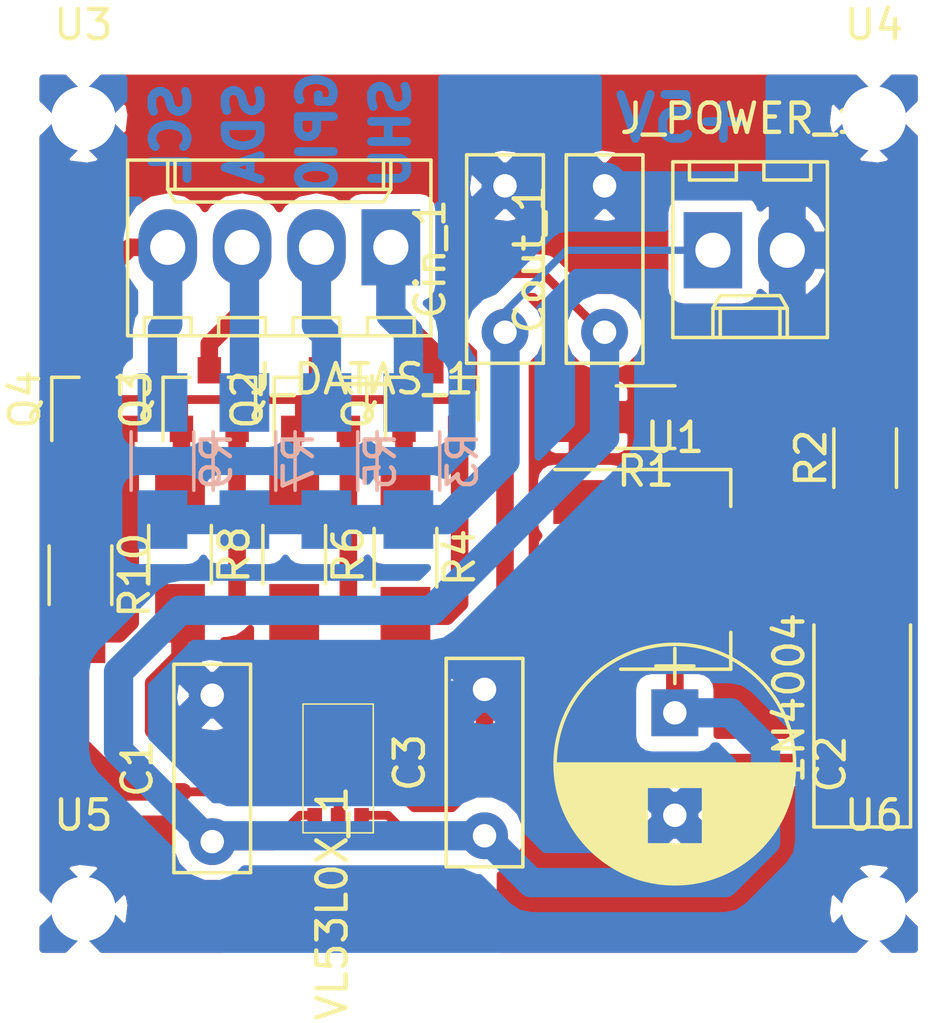
<source format=kicad_pcb>
(kicad_pcb (version 4) (host pcbnew 4.0.7)

  (general
    (links 57)
    (no_connects 0)
    (area 32.157143 22.325 67.842858 57.775)
    (thickness 1.6)
    (drawings 18)
    (tracks 182)
    (zones 0)
    (modules 28)
    (nets 14)
  )

  (page A4)
  (layers
    (0 F.Cu signal)
    (31 B.Cu signal)
    (32 B.Adhes user)
    (33 F.Adhes user)
    (34 B.Paste user)
    (35 F.Paste user)
    (36 B.SilkS user)
    (37 F.SilkS user)
    (38 B.Mask user)
    (39 F.Mask user)
    (40 Dwgs.User user)
    (41 Cmts.User user)
    (42 Eco1.User user)
    (43 Eco2.User user)
    (44 Edge.Cuts user)
    (45 Margin user)
    (46 B.CrtYd user)
    (47 F.CrtYd user)
    (48 B.Fab user)
    (49 F.Fab user)
  )

  (setup
    (last_trace_width 1)
    (trace_clearance 0.2)
    (zone_clearance 0.508)
    (zone_45_only no)
    (trace_min 0.2)
    (segment_width 0.2)
    (edge_width 0.15)
    (via_size 0.5)
    (via_drill 0.4)
    (via_min_size 0.4)
    (via_min_drill 0.3)
    (uvia_size 0.3)
    (uvia_drill 0.1)
    (uvias_allowed no)
    (uvia_min_size 0.2)
    (uvia_min_drill 0.1)
    (pcb_text_width 0.3)
    (pcb_text_size 1.5 1.5)
    (mod_edge_width 0.15)
    (mod_text_size 1 1)
    (mod_text_width 0.15)
    (pad_size 1.524 1.524)
    (pad_drill 0.762)
    (pad_to_mask_clearance 0.2)
    (aux_axis_origin 0 0)
    (visible_elements 7FFC7FFF)
    (pcbplotparams
      (layerselection 0x00030_80000001)
      (usegerberextensions false)
      (excludeedgelayer true)
      (linewidth 0.100000)
      (plotframeref false)
      (viasonmask false)
      (mode 1)
      (useauxorigin false)
      (hpglpennumber 1)
      (hpglpenspeed 20)
      (hpglpendiameter 15)
      (hpglpenoverlay 2)
      (psnegative false)
      (psa4output false)
      (plotreference true)
      (plotvalue true)
      (plotinvisibletext false)
      (padsonsilk false)
      (subtractmaskfromsilk false)
      (outputformat 1)
      (mirror false)
      (drillshape 1)
      (scaleselection 1)
      (outputdirectory ""))
  )

  (net 0 "")
  (net 1 +5V)
  (net 2 +2V8)
  (net 3 GND)
  (net 4 "/XSHUT(5V)")
  (net 5 "/GPIO1(5V)")
  (net 6 "/SDA(5V)")
  (net 7 "/SCL(5V)")
  (net 8 "/XSHUT(2V8)")
  (net 9 "/GPIO1(2V8)")
  (net 10 "/SDA(2V8)")
  (net 11 "/SCL(2V8)")
  (net 12 "Net-(R1-Pad1)")
  (net 13 "Net-(VL53L0X_1-Pad8)")

  (net_class Default "Ceci est la Netclass par défaut"
    (clearance 0.2)
    (trace_width 1)
    (via_dia 0.5)
    (via_drill 0.4)
    (uvia_dia 0.3)
    (uvia_drill 0.1)
    (add_net +2V8)
    (add_net +5V)
    (add_net "/GPIO1(2V8)")
    (add_net "/GPIO1(5V)")
    (add_net "/SCL(2V8)")
    (add_net "/SCL(5V)")
    (add_net "/SDA(2V8)")
    (add_net "/SDA(5V)")
    (add_net "/XSHUT(2V8)")
    (add_net "/XSHUT(5V)")
    (add_net GND)
    (add_net "Net-(R1-Pad1)")
    (add_net "Net-(VL53L0X_1-Pad8)")
  )

  (module Capacitors_THT:C_Rect_L7.0mm_W2.5mm_P5.00mm (layer F.Cu) (tedit 597BC7C2) (tstamp 5AC8FC8C)
    (at 50.9 33.8 90)
    (descr "C, Rect series, Radial, pin pitch=5.00mm, , length*width=7*2.5mm^2, Capacitor")
    (tags "C Rect series Radial pin pitch 5.00mm  length 7mm width 2.5mm Capacitor")
    (path /5ABA3D2D)
    (fp_text reference Cin_1 (at 2.5 -2.56 90) (layer F.SilkS)
      (effects (font (size 1 1) (thickness 0.15)))
    )
    (fp_text value 1u (at 2.5 2.56 90) (layer F.Fab)
      (effects (font (size 1 1) (thickness 0.15)))
    )
    (fp_line (start -1 -1.25) (end -1 1.25) (layer F.Fab) (width 0.1))
    (fp_line (start -1 1.25) (end 6 1.25) (layer F.Fab) (width 0.1))
    (fp_line (start 6 1.25) (end 6 -1.25) (layer F.Fab) (width 0.1))
    (fp_line (start 6 -1.25) (end -1 -1.25) (layer F.Fab) (width 0.1))
    (fp_line (start -1.06 -1.31) (end 6.06 -1.31) (layer F.SilkS) (width 0.12))
    (fp_line (start -1.06 1.31) (end 6.06 1.31) (layer F.SilkS) (width 0.12))
    (fp_line (start -1.06 -1.31) (end -1.06 1.31) (layer F.SilkS) (width 0.12))
    (fp_line (start 6.06 -1.31) (end 6.06 1.31) (layer F.SilkS) (width 0.12))
    (fp_line (start -1.35 -1.6) (end -1.35 1.6) (layer F.CrtYd) (width 0.05))
    (fp_line (start -1.35 1.6) (end 6.35 1.6) (layer F.CrtYd) (width 0.05))
    (fp_line (start 6.35 1.6) (end 6.35 -1.6) (layer F.CrtYd) (width 0.05))
    (fp_line (start 6.35 -1.6) (end -1.35 -1.6) (layer F.CrtYd) (width 0.05))
    (fp_text user %R (at 2.5 0 90) (layer F.Fab)
      (effects (font (size 1 1) (thickness 0.15)))
    )
    (pad 1 thru_hole circle (at 0 0 90) (size 1.6 1.6) (drill 0.8) (layers *.Cu *.Mask)
      (net 1 +5V))
    (pad 2 thru_hole circle (at 5 0 90) (size 1.6 1.6) (drill 0.8) (layers *.Cu *.Mask)
      (net 3 GND))
    (model ${KISYS3DMOD}/Capacitors_THT.3dshapes/C_Rect_L7.0mm_W2.5mm_P5.00mm.wrl
      (at (xyz 0 0 0))
      (scale (xyz 1 1 1))
      (rotate (xyz 0 0 0))
    )
  )

  (module Connectors_Molex:Molex_KK-6410-04_04x2.54mm_Straight (layer F.Cu) (tedit 58EE6EE8) (tstamp 5AC8FC9A)
    (at 47 30.9 180)
    (descr "Connector Headers with Friction Lock, 22-27-2041, http://www.molex.com/pdm_docs/sd/022272021_sd.pdf")
    (tags "connector molex kk_6410 22-27-2041")
    (path /5AB4C815)
    (fp_text reference J_DATAS_1 (at 1 -4.5 180) (layer F.SilkS)
      (effects (font (size 1 1) (thickness 0.15)))
    )
    (fp_text value Conn_01x04 (at 3.81 4.5 180) (layer F.Fab)
      (effects (font (size 1 1) (thickness 0.15)))
    )
    (fp_line (start -1.47 -3.12) (end -1.47 3.08) (layer F.Fab) (width 0.12))
    (fp_line (start -1.47 3.08) (end 9.09 3.08) (layer F.Fab) (width 0.12))
    (fp_line (start 9.09 3.08) (end 9.09 -3.12) (layer F.Fab) (width 0.12))
    (fp_line (start 9.09 -3.12) (end -1.47 -3.12) (layer F.Fab) (width 0.12))
    (fp_line (start -1.37 -3.02) (end -1.37 2.98) (layer F.SilkS) (width 0.12))
    (fp_line (start -1.37 2.98) (end 8.99 2.98) (layer F.SilkS) (width 0.12))
    (fp_line (start 8.99 2.98) (end 8.99 -3.02) (layer F.SilkS) (width 0.12))
    (fp_line (start 8.99 -3.02) (end -1.37 -3.02) (layer F.SilkS) (width 0.12))
    (fp_line (start 0 2.98) (end 0 1.98) (layer F.SilkS) (width 0.12))
    (fp_line (start 0 1.98) (end 7.62 1.98) (layer F.SilkS) (width 0.12))
    (fp_line (start 7.62 1.98) (end 7.62 2.98) (layer F.SilkS) (width 0.12))
    (fp_line (start 0 1.98) (end 0.25 1.55) (layer F.SilkS) (width 0.12))
    (fp_line (start 0.25 1.55) (end 7.37 1.55) (layer F.SilkS) (width 0.12))
    (fp_line (start 7.37 1.55) (end 7.62 1.98) (layer F.SilkS) (width 0.12))
    (fp_line (start 0.25 2.98) (end 0.25 1.98) (layer F.SilkS) (width 0.12))
    (fp_line (start 7.37 2.98) (end 7.37 1.98) (layer F.SilkS) (width 0.12))
    (fp_line (start -0.8 -3.02) (end -0.8 -2.4) (layer F.SilkS) (width 0.12))
    (fp_line (start -0.8 -2.4) (end 0.8 -2.4) (layer F.SilkS) (width 0.12))
    (fp_line (start 0.8 -2.4) (end 0.8 -3.02) (layer F.SilkS) (width 0.12))
    (fp_line (start 1.74 -3.02) (end 1.74 -2.4) (layer F.SilkS) (width 0.12))
    (fp_line (start 1.74 -2.4) (end 3.34 -2.4) (layer F.SilkS) (width 0.12))
    (fp_line (start 3.34 -2.4) (end 3.34 -3.02) (layer F.SilkS) (width 0.12))
    (fp_line (start 4.28 -3.02) (end 4.28 -2.4) (layer F.SilkS) (width 0.12))
    (fp_line (start 4.28 -2.4) (end 5.88 -2.4) (layer F.SilkS) (width 0.12))
    (fp_line (start 5.88 -2.4) (end 5.88 -3.02) (layer F.SilkS) (width 0.12))
    (fp_line (start 6.82 -3.02) (end 6.82 -2.4) (layer F.SilkS) (width 0.12))
    (fp_line (start 6.82 -2.4) (end 8.42 -2.4) (layer F.SilkS) (width 0.12))
    (fp_line (start 8.42 -2.4) (end 8.42 -3.02) (layer F.SilkS) (width 0.12))
    (fp_line (start -1.9 3.5) (end -1.9 -3.55) (layer F.CrtYd) (width 0.05))
    (fp_line (start -1.9 -3.55) (end 9.5 -3.55) (layer F.CrtYd) (width 0.05))
    (fp_line (start 9.5 -3.55) (end 9.5 3.5) (layer F.CrtYd) (width 0.05))
    (fp_line (start 9.5 3.5) (end -1.9 3.5) (layer F.CrtYd) (width 0.05))
    (fp_text user %R (at 3.81 0 180) (layer F.Fab)
      (effects (font (size 1 1) (thickness 0.15)))
    )
    (pad 1 thru_hole rect (at 0 0 180) (size 2 2.6) (drill 1.2) (layers *.Cu *.Mask)
      (net 4 "/XSHUT(5V)"))
    (pad 2 thru_hole oval (at 2.54 0 180) (size 2 2.6) (drill 1.2) (layers *.Cu *.Mask)
      (net 5 "/GPIO1(5V)"))
    (pad 3 thru_hole oval (at 5.08 0 180) (size 2 2.6) (drill 1.2) (layers *.Cu *.Mask)
      (net 6 "/SDA(5V)"))
    (pad 4 thru_hole oval (at 7.62 0 180) (size 2 2.6) (drill 1.2) (layers *.Cu *.Mask)
      (net 7 "/SCL(5V)"))
    (model ${KISYS3DMOD}/Connectors_Molex.3dshapes/Molex_KK-6410-04_04x2.54mm_Straight.wrl
      (at (xyz 0 0 0))
      (scale (xyz 1 1 1))
      (rotate (xyz 0 0 0))
    )
  )

  (module TO_SOT_Packages_SMD:SOT-223 (layer F.Cu) (tedit 58CE4E7E) (tstamp 5AC8FD00)
    (at 56.7 41.9)
    (descr "module CMS SOT223 4 pins")
    (tags "CMS SOT")
    (path /5ABE4EBC)
    (attr smd)
    (fp_text reference U1 (at 0 -4.5) (layer F.SilkS)
      (effects (font (size 1 1) (thickness 0.15)))
    )
    (fp_text value LM317 (at 0 4.5) (layer F.Fab)
      (effects (font (size 1 1) (thickness 0.15)))
    )
    (fp_text user %R (at 0 0 90) (layer F.Fab)
      (effects (font (size 0.8 0.8) (thickness 0.12)))
    )
    (fp_line (start -1.85 -2.3) (end -0.8 -3.35) (layer F.Fab) (width 0.1))
    (fp_line (start 1.91 3.41) (end 1.91 2.15) (layer F.SilkS) (width 0.12))
    (fp_line (start 1.91 -3.41) (end 1.91 -2.15) (layer F.SilkS) (width 0.12))
    (fp_line (start 4.4 -3.6) (end -4.4 -3.6) (layer F.CrtYd) (width 0.05))
    (fp_line (start 4.4 3.6) (end 4.4 -3.6) (layer F.CrtYd) (width 0.05))
    (fp_line (start -4.4 3.6) (end 4.4 3.6) (layer F.CrtYd) (width 0.05))
    (fp_line (start -4.4 -3.6) (end -4.4 3.6) (layer F.CrtYd) (width 0.05))
    (fp_line (start -1.85 -2.3) (end -1.85 3.35) (layer F.Fab) (width 0.1))
    (fp_line (start -1.85 3.41) (end 1.91 3.41) (layer F.SilkS) (width 0.12))
    (fp_line (start -0.8 -3.35) (end 1.85 -3.35) (layer F.Fab) (width 0.1))
    (fp_line (start -4.1 -3.41) (end 1.91 -3.41) (layer F.SilkS) (width 0.12))
    (fp_line (start -1.85 3.35) (end 1.85 3.35) (layer F.Fab) (width 0.1))
    (fp_line (start 1.85 -3.35) (end 1.85 3.35) (layer F.Fab) (width 0.1))
    (pad 4 smd rect (at 3.15 0) (size 2 3.8) (layers F.Cu F.Paste F.Mask)
      (net 2 +2V8))
    (pad 2 smd rect (at -3.15 0) (size 2 1.5) (layers F.Cu F.Paste F.Mask)
      (net 2 +2V8))
    (pad 3 smd rect (at -3.15 2.3) (size 2 1.5) (layers F.Cu F.Paste F.Mask)
      (net 1 +5V))
    (pad 1 smd rect (at -3.15 -2.3) (size 2 1.5) (layers F.Cu F.Paste F.Mask)
      (net 12 "Net-(R1-Pad1)"))
    (model ${KISYS3DMOD}/TO_SOT_Packages_SMD.3dshapes/SOT-223.wrl
      (at (xyz 0 0 0))
      (scale (xyz 1 1 1))
      (rotate (xyz 0 0 0))
    )
  )

  (module Diodes_SMD:D_SMA_Handsoldering (layer F.Cu) (tedit 58643398) (tstamp 5AC8FC74)
    (at 63.1 46.3 90)
    (descr "Diode SMA (DO-214AC) Handsoldering")
    (tags "Diode SMA (DO-214AC) Handsoldering")
    (path /5AC186BC)
    (attr smd)
    (fp_text reference 1N4004 (at 0 -2.5 90) (layer F.SilkS)
      (effects (font (size 1 1) (thickness 0.15)))
    )
    (fp_text value D1 (at 0 2.6 90) (layer F.Fab)
      (effects (font (size 1 1) (thickness 0.15)))
    )
    (fp_text user %R (at 0 -2.5 90) (layer F.Fab)
      (effects (font (size 1 1) (thickness 0.15)))
    )
    (fp_line (start -4.4 -1.65) (end -4.4 1.65) (layer F.SilkS) (width 0.12))
    (fp_line (start 2.3 1.5) (end -2.3 1.5) (layer F.Fab) (width 0.1))
    (fp_line (start -2.3 1.5) (end -2.3 -1.5) (layer F.Fab) (width 0.1))
    (fp_line (start 2.3 -1.5) (end 2.3 1.5) (layer F.Fab) (width 0.1))
    (fp_line (start 2.3 -1.5) (end -2.3 -1.5) (layer F.Fab) (width 0.1))
    (fp_line (start -4.5 -1.75) (end 4.5 -1.75) (layer F.CrtYd) (width 0.05))
    (fp_line (start 4.5 -1.75) (end 4.5 1.75) (layer F.CrtYd) (width 0.05))
    (fp_line (start 4.5 1.75) (end -4.5 1.75) (layer F.CrtYd) (width 0.05))
    (fp_line (start -4.5 1.75) (end -4.5 -1.75) (layer F.CrtYd) (width 0.05))
    (fp_line (start -0.64944 0.00102) (end -1.55114 0.00102) (layer F.Fab) (width 0.1))
    (fp_line (start 0.50118 0.00102) (end 1.4994 0.00102) (layer F.Fab) (width 0.1))
    (fp_line (start -0.64944 -0.79908) (end -0.64944 0.80112) (layer F.Fab) (width 0.1))
    (fp_line (start 0.50118 0.75032) (end 0.50118 -0.79908) (layer F.Fab) (width 0.1))
    (fp_line (start -0.64944 0.00102) (end 0.50118 0.75032) (layer F.Fab) (width 0.1))
    (fp_line (start -0.64944 0.00102) (end 0.50118 -0.79908) (layer F.Fab) (width 0.1))
    (fp_line (start -4.4 1.65) (end 2.5 1.65) (layer F.SilkS) (width 0.12))
    (fp_line (start -4.4 -1.65) (end 2.5 -1.65) (layer F.SilkS) (width 0.12))
    (pad 1 smd rect (at -2.5 0 90) (size 3.5 1.8) (layers F.Cu F.Paste F.Mask)
      (net 1 +5V))
    (pad 2 smd rect (at 2.5 0 90) (size 3.5 1.8) (layers F.Cu F.Paste F.Mask)
      (net 2 +2V8))
    (model ${KISYS3DMOD}/Diodes_SMD.3dshapes/D_SMA.wrl
      (at (xyz 0 0 0))
      (scale (xyz 1 1 1))
      (rotate (xyz 0 0 0))
    )
  )

  (module Capacitors_THT:C_Rect_L7.0mm_W2.5mm_P5.00mm (layer F.Cu) (tedit 597BC7C2) (tstamp 5AC8FC7A)
    (at 40.9 51.2 90)
    (descr "C, Rect series, Radial, pin pitch=5.00mm, , length*width=7*2.5mm^2, Capacitor")
    (tags "C Rect series Radial pin pitch 5.00mm  length 7mm width 2.5mm Capacitor")
    (path /5AABA298)
    (fp_text reference C1 (at 2.5 -2.56 90) (layer F.SilkS)
      (effects (font (size 1 1) (thickness 0.15)))
    )
    (fp_text value 100nF (at 2.5 2.56 90) (layer F.Fab)
      (effects (font (size 1 1) (thickness 0.15)))
    )
    (fp_line (start -1 -1.25) (end -1 1.25) (layer F.Fab) (width 0.1))
    (fp_line (start -1 1.25) (end 6 1.25) (layer F.Fab) (width 0.1))
    (fp_line (start 6 1.25) (end 6 -1.25) (layer F.Fab) (width 0.1))
    (fp_line (start 6 -1.25) (end -1 -1.25) (layer F.Fab) (width 0.1))
    (fp_line (start -1.06 -1.31) (end 6.06 -1.31) (layer F.SilkS) (width 0.12))
    (fp_line (start -1.06 1.31) (end 6.06 1.31) (layer F.SilkS) (width 0.12))
    (fp_line (start -1.06 -1.31) (end -1.06 1.31) (layer F.SilkS) (width 0.12))
    (fp_line (start 6.06 -1.31) (end 6.06 1.31) (layer F.SilkS) (width 0.12))
    (fp_line (start -1.35 -1.6) (end -1.35 1.6) (layer F.CrtYd) (width 0.05))
    (fp_line (start -1.35 1.6) (end 6.35 1.6) (layer F.CrtYd) (width 0.05))
    (fp_line (start 6.35 1.6) (end 6.35 -1.6) (layer F.CrtYd) (width 0.05))
    (fp_line (start 6.35 -1.6) (end -1.35 -1.6) (layer F.CrtYd) (width 0.05))
    (fp_text user %R (at 2.5 0 90) (layer F.Fab)
      (effects (font (size 1 1) (thickness 0.15)))
    )
    (pad 1 thru_hole circle (at 0 0 90) (size 1.6 1.6) (drill 0.8) (layers *.Cu *.Mask)
      (net 2 +2V8))
    (pad 2 thru_hole circle (at 5 0 90) (size 1.6 1.6) (drill 0.8) (layers *.Cu *.Mask)
      (net 3 GND))
    (model ${KISYS3DMOD}/Capacitors_THT.3dshapes/C_Rect_L7.0mm_W2.5mm_P5.00mm.wrl
      (at (xyz 0 0 0))
      (scale (xyz 1 1 1))
      (rotate (xyz 0 0 0))
    )
  )

  (module Capacitors_THT:CP_Radial_D8.0mm_P3.50mm (layer F.Cu) (tedit 597BC7C2) (tstamp 5AC8FC80)
    (at 56.7 46.8 270)
    (descr "CP, Radial series, Radial, pin pitch=3.50mm, , diameter=8mm, Electrolytic Capacitor")
    (tags "CP Radial series Radial pin pitch 3.50mm  diameter 8mm Electrolytic Capacitor")
    (path /5AC8FBB5)
    (fp_text reference C2 (at 1.75 -5.31 270) (layer F.SilkS)
      (effects (font (size 1 1) (thickness 0.15)))
    )
    (fp_text value 4u7 (at 1.75 5.31 270) (layer F.Fab)
      (effects (font (size 1 1) (thickness 0.15)))
    )
    (fp_circle (center 1.75 0) (end 5.75 0) (layer F.Fab) (width 0.1))
    (fp_circle (center 1.75 0) (end 5.84 0) (layer F.SilkS) (width 0.12))
    (fp_line (start -2.2 0) (end -1 0) (layer F.Fab) (width 0.1))
    (fp_line (start -1.6 -0.65) (end -1.6 0.65) (layer F.Fab) (width 0.1))
    (fp_line (start 1.75 -4.05) (end 1.75 4.05) (layer F.SilkS) (width 0.12))
    (fp_line (start 1.79 -4.05) (end 1.79 4.05) (layer F.SilkS) (width 0.12))
    (fp_line (start 1.83 -4.05) (end 1.83 4.05) (layer F.SilkS) (width 0.12))
    (fp_line (start 1.87 -4.049) (end 1.87 4.049) (layer F.SilkS) (width 0.12))
    (fp_line (start 1.91 -4.047) (end 1.91 4.047) (layer F.SilkS) (width 0.12))
    (fp_line (start 1.95 -4.046) (end 1.95 4.046) (layer F.SilkS) (width 0.12))
    (fp_line (start 1.99 -4.043) (end 1.99 4.043) (layer F.SilkS) (width 0.12))
    (fp_line (start 2.03 -4.041) (end 2.03 4.041) (layer F.SilkS) (width 0.12))
    (fp_line (start 2.07 -4.038) (end 2.07 4.038) (layer F.SilkS) (width 0.12))
    (fp_line (start 2.11 -4.035) (end 2.11 4.035) (layer F.SilkS) (width 0.12))
    (fp_line (start 2.15 -4.031) (end 2.15 4.031) (layer F.SilkS) (width 0.12))
    (fp_line (start 2.19 -4.027) (end 2.19 4.027) (layer F.SilkS) (width 0.12))
    (fp_line (start 2.23 -4.022) (end 2.23 4.022) (layer F.SilkS) (width 0.12))
    (fp_line (start 2.27 -4.017) (end 2.27 4.017) (layer F.SilkS) (width 0.12))
    (fp_line (start 2.31 -4.012) (end 2.31 4.012) (layer F.SilkS) (width 0.12))
    (fp_line (start 2.35 -4.006) (end 2.35 4.006) (layer F.SilkS) (width 0.12))
    (fp_line (start 2.39 -4) (end 2.39 4) (layer F.SilkS) (width 0.12))
    (fp_line (start 2.43 -3.994) (end 2.43 3.994) (layer F.SilkS) (width 0.12))
    (fp_line (start 2.471 -3.987) (end 2.471 3.987) (layer F.SilkS) (width 0.12))
    (fp_line (start 2.511 -3.979) (end 2.511 3.979) (layer F.SilkS) (width 0.12))
    (fp_line (start 2.551 -3.971) (end 2.551 -0.98) (layer F.SilkS) (width 0.12))
    (fp_line (start 2.551 0.98) (end 2.551 3.971) (layer F.SilkS) (width 0.12))
    (fp_line (start 2.591 -3.963) (end 2.591 -0.98) (layer F.SilkS) (width 0.12))
    (fp_line (start 2.591 0.98) (end 2.591 3.963) (layer F.SilkS) (width 0.12))
    (fp_line (start 2.631 -3.955) (end 2.631 -0.98) (layer F.SilkS) (width 0.12))
    (fp_line (start 2.631 0.98) (end 2.631 3.955) (layer F.SilkS) (width 0.12))
    (fp_line (start 2.671 -3.946) (end 2.671 -0.98) (layer F.SilkS) (width 0.12))
    (fp_line (start 2.671 0.98) (end 2.671 3.946) (layer F.SilkS) (width 0.12))
    (fp_line (start 2.711 -3.936) (end 2.711 -0.98) (layer F.SilkS) (width 0.12))
    (fp_line (start 2.711 0.98) (end 2.711 3.936) (layer F.SilkS) (width 0.12))
    (fp_line (start 2.751 -3.926) (end 2.751 -0.98) (layer F.SilkS) (width 0.12))
    (fp_line (start 2.751 0.98) (end 2.751 3.926) (layer F.SilkS) (width 0.12))
    (fp_line (start 2.791 -3.916) (end 2.791 -0.98) (layer F.SilkS) (width 0.12))
    (fp_line (start 2.791 0.98) (end 2.791 3.916) (layer F.SilkS) (width 0.12))
    (fp_line (start 2.831 -3.905) (end 2.831 -0.98) (layer F.SilkS) (width 0.12))
    (fp_line (start 2.831 0.98) (end 2.831 3.905) (layer F.SilkS) (width 0.12))
    (fp_line (start 2.871 -3.894) (end 2.871 -0.98) (layer F.SilkS) (width 0.12))
    (fp_line (start 2.871 0.98) (end 2.871 3.894) (layer F.SilkS) (width 0.12))
    (fp_line (start 2.911 -3.883) (end 2.911 -0.98) (layer F.SilkS) (width 0.12))
    (fp_line (start 2.911 0.98) (end 2.911 3.883) (layer F.SilkS) (width 0.12))
    (fp_line (start 2.951 -3.87) (end 2.951 -0.98) (layer F.SilkS) (width 0.12))
    (fp_line (start 2.951 0.98) (end 2.951 3.87) (layer F.SilkS) (width 0.12))
    (fp_line (start 2.991 -3.858) (end 2.991 -0.98) (layer F.SilkS) (width 0.12))
    (fp_line (start 2.991 0.98) (end 2.991 3.858) (layer F.SilkS) (width 0.12))
    (fp_line (start 3.031 -3.845) (end 3.031 -0.98) (layer F.SilkS) (width 0.12))
    (fp_line (start 3.031 0.98) (end 3.031 3.845) (layer F.SilkS) (width 0.12))
    (fp_line (start 3.071 -3.832) (end 3.071 -0.98) (layer F.SilkS) (width 0.12))
    (fp_line (start 3.071 0.98) (end 3.071 3.832) (layer F.SilkS) (width 0.12))
    (fp_line (start 3.111 -3.818) (end 3.111 -0.98) (layer F.SilkS) (width 0.12))
    (fp_line (start 3.111 0.98) (end 3.111 3.818) (layer F.SilkS) (width 0.12))
    (fp_line (start 3.151 -3.803) (end 3.151 -0.98) (layer F.SilkS) (width 0.12))
    (fp_line (start 3.151 0.98) (end 3.151 3.803) (layer F.SilkS) (width 0.12))
    (fp_line (start 3.191 -3.789) (end 3.191 -0.98) (layer F.SilkS) (width 0.12))
    (fp_line (start 3.191 0.98) (end 3.191 3.789) (layer F.SilkS) (width 0.12))
    (fp_line (start 3.231 -3.773) (end 3.231 -0.98) (layer F.SilkS) (width 0.12))
    (fp_line (start 3.231 0.98) (end 3.231 3.773) (layer F.SilkS) (width 0.12))
    (fp_line (start 3.271 -3.758) (end 3.271 -0.98) (layer F.SilkS) (width 0.12))
    (fp_line (start 3.271 0.98) (end 3.271 3.758) (layer F.SilkS) (width 0.12))
    (fp_line (start 3.311 -3.741) (end 3.311 -0.98) (layer F.SilkS) (width 0.12))
    (fp_line (start 3.311 0.98) (end 3.311 3.741) (layer F.SilkS) (width 0.12))
    (fp_line (start 3.351 -3.725) (end 3.351 -0.98) (layer F.SilkS) (width 0.12))
    (fp_line (start 3.351 0.98) (end 3.351 3.725) (layer F.SilkS) (width 0.12))
    (fp_line (start 3.391 -3.707) (end 3.391 -0.98) (layer F.SilkS) (width 0.12))
    (fp_line (start 3.391 0.98) (end 3.391 3.707) (layer F.SilkS) (width 0.12))
    (fp_line (start 3.431 -3.69) (end 3.431 -0.98) (layer F.SilkS) (width 0.12))
    (fp_line (start 3.431 0.98) (end 3.431 3.69) (layer F.SilkS) (width 0.12))
    (fp_line (start 3.471 -3.671) (end 3.471 -0.98) (layer F.SilkS) (width 0.12))
    (fp_line (start 3.471 0.98) (end 3.471 3.671) (layer F.SilkS) (width 0.12))
    (fp_line (start 3.511 -3.652) (end 3.511 -0.98) (layer F.SilkS) (width 0.12))
    (fp_line (start 3.511 0.98) (end 3.511 3.652) (layer F.SilkS) (width 0.12))
    (fp_line (start 3.551 -3.633) (end 3.551 -0.98) (layer F.SilkS) (width 0.12))
    (fp_line (start 3.551 0.98) (end 3.551 3.633) (layer F.SilkS) (width 0.12))
    (fp_line (start 3.591 -3.613) (end 3.591 -0.98) (layer F.SilkS) (width 0.12))
    (fp_line (start 3.591 0.98) (end 3.591 3.613) (layer F.SilkS) (width 0.12))
    (fp_line (start 3.631 -3.593) (end 3.631 -0.98) (layer F.SilkS) (width 0.12))
    (fp_line (start 3.631 0.98) (end 3.631 3.593) (layer F.SilkS) (width 0.12))
    (fp_line (start 3.671 -3.572) (end 3.671 -0.98) (layer F.SilkS) (width 0.12))
    (fp_line (start 3.671 0.98) (end 3.671 3.572) (layer F.SilkS) (width 0.12))
    (fp_line (start 3.711 -3.55) (end 3.711 -0.98) (layer F.SilkS) (width 0.12))
    (fp_line (start 3.711 0.98) (end 3.711 3.55) (layer F.SilkS) (width 0.12))
    (fp_line (start 3.751 -3.528) (end 3.751 -0.98) (layer F.SilkS) (width 0.12))
    (fp_line (start 3.751 0.98) (end 3.751 3.528) (layer F.SilkS) (width 0.12))
    (fp_line (start 3.791 -3.505) (end 3.791 -0.98) (layer F.SilkS) (width 0.12))
    (fp_line (start 3.791 0.98) (end 3.791 3.505) (layer F.SilkS) (width 0.12))
    (fp_line (start 3.831 -3.482) (end 3.831 -0.98) (layer F.SilkS) (width 0.12))
    (fp_line (start 3.831 0.98) (end 3.831 3.482) (layer F.SilkS) (width 0.12))
    (fp_line (start 3.871 -3.458) (end 3.871 -0.98) (layer F.SilkS) (width 0.12))
    (fp_line (start 3.871 0.98) (end 3.871 3.458) (layer F.SilkS) (width 0.12))
    (fp_line (start 3.911 -3.434) (end 3.911 -0.98) (layer F.SilkS) (width 0.12))
    (fp_line (start 3.911 0.98) (end 3.911 3.434) (layer F.SilkS) (width 0.12))
    (fp_line (start 3.951 -3.408) (end 3.951 -0.98) (layer F.SilkS) (width 0.12))
    (fp_line (start 3.951 0.98) (end 3.951 3.408) (layer F.SilkS) (width 0.12))
    (fp_line (start 3.991 -3.383) (end 3.991 -0.98) (layer F.SilkS) (width 0.12))
    (fp_line (start 3.991 0.98) (end 3.991 3.383) (layer F.SilkS) (width 0.12))
    (fp_line (start 4.031 -3.356) (end 4.031 -0.98) (layer F.SilkS) (width 0.12))
    (fp_line (start 4.031 0.98) (end 4.031 3.356) (layer F.SilkS) (width 0.12))
    (fp_line (start 4.071 -3.329) (end 4.071 -0.98) (layer F.SilkS) (width 0.12))
    (fp_line (start 4.071 0.98) (end 4.071 3.329) (layer F.SilkS) (width 0.12))
    (fp_line (start 4.111 -3.301) (end 4.111 -0.98) (layer F.SilkS) (width 0.12))
    (fp_line (start 4.111 0.98) (end 4.111 3.301) (layer F.SilkS) (width 0.12))
    (fp_line (start 4.151 -3.272) (end 4.151 -0.98) (layer F.SilkS) (width 0.12))
    (fp_line (start 4.151 0.98) (end 4.151 3.272) (layer F.SilkS) (width 0.12))
    (fp_line (start 4.191 -3.243) (end 4.191 -0.98) (layer F.SilkS) (width 0.12))
    (fp_line (start 4.191 0.98) (end 4.191 3.243) (layer F.SilkS) (width 0.12))
    (fp_line (start 4.231 -3.213) (end 4.231 -0.98) (layer F.SilkS) (width 0.12))
    (fp_line (start 4.231 0.98) (end 4.231 3.213) (layer F.SilkS) (width 0.12))
    (fp_line (start 4.271 -3.182) (end 4.271 -0.98) (layer F.SilkS) (width 0.12))
    (fp_line (start 4.271 0.98) (end 4.271 3.182) (layer F.SilkS) (width 0.12))
    (fp_line (start 4.311 -3.15) (end 4.311 -0.98) (layer F.SilkS) (width 0.12))
    (fp_line (start 4.311 0.98) (end 4.311 3.15) (layer F.SilkS) (width 0.12))
    (fp_line (start 4.351 -3.118) (end 4.351 -0.98) (layer F.SilkS) (width 0.12))
    (fp_line (start 4.351 0.98) (end 4.351 3.118) (layer F.SilkS) (width 0.12))
    (fp_line (start 4.391 -3.084) (end 4.391 -0.98) (layer F.SilkS) (width 0.12))
    (fp_line (start 4.391 0.98) (end 4.391 3.084) (layer F.SilkS) (width 0.12))
    (fp_line (start 4.431 -3.05) (end 4.431 -0.98) (layer F.SilkS) (width 0.12))
    (fp_line (start 4.431 0.98) (end 4.431 3.05) (layer F.SilkS) (width 0.12))
    (fp_line (start 4.471 -3.015) (end 4.471 -0.98) (layer F.SilkS) (width 0.12))
    (fp_line (start 4.471 0.98) (end 4.471 3.015) (layer F.SilkS) (width 0.12))
    (fp_line (start 4.511 -2.979) (end 4.511 2.979) (layer F.SilkS) (width 0.12))
    (fp_line (start 4.551 -2.942) (end 4.551 2.942) (layer F.SilkS) (width 0.12))
    (fp_line (start 4.591 -2.904) (end 4.591 2.904) (layer F.SilkS) (width 0.12))
    (fp_line (start 4.631 -2.865) (end 4.631 2.865) (layer F.SilkS) (width 0.12))
    (fp_line (start 4.671 -2.824) (end 4.671 2.824) (layer F.SilkS) (width 0.12))
    (fp_line (start 4.711 -2.783) (end 4.711 2.783) (layer F.SilkS) (width 0.12))
    (fp_line (start 4.751 -2.74) (end 4.751 2.74) (layer F.SilkS) (width 0.12))
    (fp_line (start 4.791 -2.697) (end 4.791 2.697) (layer F.SilkS) (width 0.12))
    (fp_line (start 4.831 -2.652) (end 4.831 2.652) (layer F.SilkS) (width 0.12))
    (fp_line (start 4.871 -2.605) (end 4.871 2.605) (layer F.SilkS) (width 0.12))
    (fp_line (start 4.911 -2.557) (end 4.911 2.557) (layer F.SilkS) (width 0.12))
    (fp_line (start 4.951 -2.508) (end 4.951 2.508) (layer F.SilkS) (width 0.12))
    (fp_line (start 4.991 -2.457) (end 4.991 2.457) (layer F.SilkS) (width 0.12))
    (fp_line (start 5.031 -2.404) (end 5.031 2.404) (layer F.SilkS) (width 0.12))
    (fp_line (start 5.071 -2.349) (end 5.071 2.349) (layer F.SilkS) (width 0.12))
    (fp_line (start 5.111 -2.293) (end 5.111 2.293) (layer F.SilkS) (width 0.12))
    (fp_line (start 5.151 -2.234) (end 5.151 2.234) (layer F.SilkS) (width 0.12))
    (fp_line (start 5.191 -2.173) (end 5.191 2.173) (layer F.SilkS) (width 0.12))
    (fp_line (start 5.231 -2.109) (end 5.231 2.109) (layer F.SilkS) (width 0.12))
    (fp_line (start 5.271 -2.043) (end 5.271 2.043) (layer F.SilkS) (width 0.12))
    (fp_line (start 5.311 -1.974) (end 5.311 1.974) (layer F.SilkS) (width 0.12))
    (fp_line (start 5.351 -1.902) (end 5.351 1.902) (layer F.SilkS) (width 0.12))
    (fp_line (start 5.391 -1.826) (end 5.391 1.826) (layer F.SilkS) (width 0.12))
    (fp_line (start 5.431 -1.745) (end 5.431 1.745) (layer F.SilkS) (width 0.12))
    (fp_line (start 5.471 -1.66) (end 5.471 1.66) (layer F.SilkS) (width 0.12))
    (fp_line (start 5.511 -1.57) (end 5.511 1.57) (layer F.SilkS) (width 0.12))
    (fp_line (start 5.551 -1.473) (end 5.551 1.473) (layer F.SilkS) (width 0.12))
    (fp_line (start 5.591 -1.369) (end 5.591 1.369) (layer F.SilkS) (width 0.12))
    (fp_line (start 5.631 -1.254) (end 5.631 1.254) (layer F.SilkS) (width 0.12))
    (fp_line (start 5.671 -1.127) (end 5.671 1.127) (layer F.SilkS) (width 0.12))
    (fp_line (start 5.711 -0.983) (end 5.711 0.983) (layer F.SilkS) (width 0.12))
    (fp_line (start 5.751 -0.814) (end 5.751 0.814) (layer F.SilkS) (width 0.12))
    (fp_line (start 5.791 -0.598) (end 5.791 0.598) (layer F.SilkS) (width 0.12))
    (fp_line (start 5.831 -0.246) (end 5.831 0.246) (layer F.SilkS) (width 0.12))
    (fp_line (start -2.2 0) (end -1 0) (layer F.SilkS) (width 0.12))
    (fp_line (start -1.6 -0.65) (end -1.6 0.65) (layer F.SilkS) (width 0.12))
    (fp_line (start -2.6 -4.35) (end -2.6 4.35) (layer F.CrtYd) (width 0.05))
    (fp_line (start -2.6 4.35) (end 6.1 4.35) (layer F.CrtYd) (width 0.05))
    (fp_line (start 6.1 4.35) (end 6.1 -4.35) (layer F.CrtYd) (width 0.05))
    (fp_line (start 6.1 -4.35) (end -2.6 -4.35) (layer F.CrtYd) (width 0.05))
    (fp_text user %R (at 1.75 0 270) (layer F.Fab)
      (effects (font (size 1 1) (thickness 0.15)))
    )
    (pad 1 thru_hole rect (at 0 0 270) (size 1.6 1.6) (drill 0.8) (layers *.Cu *.Mask)
      (net 2 +2V8))
    (pad 2 thru_hole circle (at 3.5 0 270) (size 1.6 1.6) (drill 0.8) (layers *.Cu *.Mask)
      (net 3 GND))
    (model ${KISYS3DMOD}/Capacitors_THT.3dshapes/CP_Radial_D8.0mm_P3.50mm.wrl
      (at (xyz 0 0 0))
      (scale (xyz 1 1 1))
      (rotate (xyz 0 0 0))
    )
  )

  (module Capacitors_THT:C_Rect_L7.0mm_W2.5mm_P5.00mm (layer F.Cu) (tedit 597BC7C2) (tstamp 5AC8FC86)
    (at 50.2 51 90)
    (descr "C, Rect series, Radial, pin pitch=5.00mm, , length*width=7*2.5mm^2, Capacitor")
    (tags "C Rect series Radial pin pitch 5.00mm  length 7mm width 2.5mm Capacitor")
    (path /5AB4C018)
    (fp_text reference C3 (at 2.5 -2.56 90) (layer F.SilkS)
      (effects (font (size 1 1) (thickness 0.15)))
    )
    (fp_text value 100nF (at 2.5 2.56 90) (layer F.Fab)
      (effects (font (size 1 1) (thickness 0.15)))
    )
    (fp_line (start -1 -1.25) (end -1 1.25) (layer F.Fab) (width 0.1))
    (fp_line (start -1 1.25) (end 6 1.25) (layer F.Fab) (width 0.1))
    (fp_line (start 6 1.25) (end 6 -1.25) (layer F.Fab) (width 0.1))
    (fp_line (start 6 -1.25) (end -1 -1.25) (layer F.Fab) (width 0.1))
    (fp_line (start -1.06 -1.31) (end 6.06 -1.31) (layer F.SilkS) (width 0.12))
    (fp_line (start -1.06 1.31) (end 6.06 1.31) (layer F.SilkS) (width 0.12))
    (fp_line (start -1.06 -1.31) (end -1.06 1.31) (layer F.SilkS) (width 0.12))
    (fp_line (start 6.06 -1.31) (end 6.06 1.31) (layer F.SilkS) (width 0.12))
    (fp_line (start -1.35 -1.6) (end -1.35 1.6) (layer F.CrtYd) (width 0.05))
    (fp_line (start -1.35 1.6) (end 6.35 1.6) (layer F.CrtYd) (width 0.05))
    (fp_line (start 6.35 1.6) (end 6.35 -1.6) (layer F.CrtYd) (width 0.05))
    (fp_line (start 6.35 -1.6) (end -1.35 -1.6) (layer F.CrtYd) (width 0.05))
    (fp_text user %R (at 2.5 0 90) (layer F.Fab)
      (effects (font (size 1 1) (thickness 0.15)))
    )
    (pad 1 thru_hole circle (at 0 0 90) (size 1.6 1.6) (drill 0.8) (layers *.Cu *.Mask)
      (net 2 +2V8))
    (pad 2 thru_hole circle (at 5 0 90) (size 1.6 1.6) (drill 0.8) (layers *.Cu *.Mask)
      (net 3 GND))
    (model ${KISYS3DMOD}/Capacitors_THT.3dshapes/C_Rect_L7.0mm_W2.5mm_P5.00mm.wrl
      (at (xyz 0 0 0))
      (scale (xyz 1 1 1))
      (rotate (xyz 0 0 0))
    )
  )

  (module Capacitors_THT:C_Rect_L7.0mm_W2.5mm_P5.00mm (layer F.Cu) (tedit 597BC7C2) (tstamp 5AC8FC92)
    (at 54.3 33.8 90)
    (descr "C, Rect series, Radial, pin pitch=5.00mm, , length*width=7*2.5mm^2, Capacitor")
    (tags "C Rect series Radial pin pitch 5.00mm  length 7mm width 2.5mm Capacitor")
    (path /5ABA3D80)
    (fp_text reference Cout_1 (at 2.5 -2.56 90) (layer F.SilkS)
      (effects (font (size 1 1) (thickness 0.15)))
    )
    (fp_text value 1u (at 2.5 2.56 90) (layer F.Fab)
      (effects (font (size 1 1) (thickness 0.15)))
    )
    (fp_line (start -1 -1.25) (end -1 1.25) (layer F.Fab) (width 0.1))
    (fp_line (start -1 1.25) (end 6 1.25) (layer F.Fab) (width 0.1))
    (fp_line (start 6 1.25) (end 6 -1.25) (layer F.Fab) (width 0.1))
    (fp_line (start 6 -1.25) (end -1 -1.25) (layer F.Fab) (width 0.1))
    (fp_line (start -1.06 -1.31) (end 6.06 -1.31) (layer F.SilkS) (width 0.12))
    (fp_line (start -1.06 1.31) (end 6.06 1.31) (layer F.SilkS) (width 0.12))
    (fp_line (start -1.06 -1.31) (end -1.06 1.31) (layer F.SilkS) (width 0.12))
    (fp_line (start 6.06 -1.31) (end 6.06 1.31) (layer F.SilkS) (width 0.12))
    (fp_line (start -1.35 -1.6) (end -1.35 1.6) (layer F.CrtYd) (width 0.05))
    (fp_line (start -1.35 1.6) (end 6.35 1.6) (layer F.CrtYd) (width 0.05))
    (fp_line (start 6.35 1.6) (end 6.35 -1.6) (layer F.CrtYd) (width 0.05))
    (fp_line (start 6.35 -1.6) (end -1.35 -1.6) (layer F.CrtYd) (width 0.05))
    (fp_text user %R (at 2.5 0 90) (layer F.Fab)
      (effects (font (size 1 1) (thickness 0.15)))
    )
    (pad 1 thru_hole circle (at 0 0 90) (size 1.6 1.6) (drill 0.8) (layers *.Cu *.Mask)
      (net 2 +2V8))
    (pad 2 thru_hole circle (at 5 0 90) (size 1.6 1.6) (drill 0.8) (layers *.Cu *.Mask)
      (net 3 GND))
    (model ${KISYS3DMOD}/Capacitors_THT.3dshapes/C_Rect_L7.0mm_W2.5mm_P5.00mm.wrl
      (at (xyz 0 0 0))
      (scale (xyz 1 1 1))
      (rotate (xyz 0 0 0))
    )
  )

  (module Connectors_Molex:Molex_KK-6410-02_02x2.54mm_Straight (layer F.Cu) (tedit 58EE6EE4) (tstamp 5AC8FCA0)
    (at 58 31)
    (descr "Connector Headers with Friction Lock, 22-27-2021, http://www.molex.com/pdm_docs/sd/022272021_sd.pdf")
    (tags "connector molex kk_6410 22-27-2021")
    (path /5AB4C7D2)
    (fp_text reference J_POWER_1 (at 1 -4.5) (layer F.SilkS)
      (effects (font (size 1 1) (thickness 0.15)))
    )
    (fp_text value Conn_01x02 (at 1.27 4.5) (layer F.Fab)
      (effects (font (size 1 1) (thickness 0.15)))
    )
    (fp_line (start -1.47 -3.12) (end -1.47 3.08) (layer F.Fab) (width 0.12))
    (fp_line (start -1.47 3.08) (end 4.01 3.08) (layer F.Fab) (width 0.12))
    (fp_line (start 4.01 3.08) (end 4.01 -3.12) (layer F.Fab) (width 0.12))
    (fp_line (start 4.01 -3.12) (end -1.47 -3.12) (layer F.Fab) (width 0.12))
    (fp_line (start -1.37 -3.02) (end -1.37 2.98) (layer F.SilkS) (width 0.12))
    (fp_line (start -1.37 2.98) (end 3.91 2.98) (layer F.SilkS) (width 0.12))
    (fp_line (start 3.91 2.98) (end 3.91 -3.02) (layer F.SilkS) (width 0.12))
    (fp_line (start 3.91 -3.02) (end -1.37 -3.02) (layer F.SilkS) (width 0.12))
    (fp_line (start 0 2.98) (end 0 1.98) (layer F.SilkS) (width 0.12))
    (fp_line (start 0 1.98) (end 2.54 1.98) (layer F.SilkS) (width 0.12))
    (fp_line (start 2.54 1.98) (end 2.54 2.98) (layer F.SilkS) (width 0.12))
    (fp_line (start 0 1.98) (end 0.25 1.55) (layer F.SilkS) (width 0.12))
    (fp_line (start 0.25 1.55) (end 2.29 1.55) (layer F.SilkS) (width 0.12))
    (fp_line (start 2.29 1.55) (end 2.54 1.98) (layer F.SilkS) (width 0.12))
    (fp_line (start 0.25 2.98) (end 0.25 1.98) (layer F.SilkS) (width 0.12))
    (fp_line (start 2.29 2.98) (end 2.29 1.98) (layer F.SilkS) (width 0.12))
    (fp_line (start -0.8 -3.02) (end -0.8 -2.4) (layer F.SilkS) (width 0.12))
    (fp_line (start -0.8 -2.4) (end 0.8 -2.4) (layer F.SilkS) (width 0.12))
    (fp_line (start 0.8 -2.4) (end 0.8 -3.02) (layer F.SilkS) (width 0.12))
    (fp_line (start 1.74 -3.02) (end 1.74 -2.4) (layer F.SilkS) (width 0.12))
    (fp_line (start 1.74 -2.4) (end 3.34 -2.4) (layer F.SilkS) (width 0.12))
    (fp_line (start 3.34 -2.4) (end 3.34 -3.02) (layer F.SilkS) (width 0.12))
    (fp_line (start -1.9 3.5) (end -1.9 -3.55) (layer F.CrtYd) (width 0.05))
    (fp_line (start -1.9 -3.55) (end 4.45 -3.55) (layer F.CrtYd) (width 0.05))
    (fp_line (start 4.45 -3.55) (end 4.45 3.5) (layer F.CrtYd) (width 0.05))
    (fp_line (start 4.45 3.5) (end -1.9 3.5) (layer F.CrtYd) (width 0.05))
    (fp_text user %R (at 1.27 0) (layer F.Fab)
      (effects (font (size 1 1) (thickness 0.15)))
    )
    (pad 1 thru_hole rect (at 0 0) (size 2 2.6) (drill 1.2) (layers *.Cu *.Mask)
      (net 1 +5V))
    (pad 2 thru_hole oval (at 2.54 0) (size 2 2.6) (drill 1.2) (layers *.Cu *.Mask)
      (net 3 GND))
    (model ${KISYS3DMOD}/Connectors_Molex.3dshapes/Molex_KK-6410-02_02x2.54mm_Straight.wrl
      (at (xyz 0 0 0))
      (scale (xyz 1 1 1))
      (rotate (xyz 0 0 0))
    )
  )

  (module TO_SOT_Packages_SMD:SOT-23 (layer F.Cu) (tedit 58CE4E7E) (tstamp 5AC8FCA7)
    (at 48.4 36.1 90)
    (descr "SOT-23, Standard")
    (tags SOT-23)
    (path /5ABE5892)
    (attr smd)
    (fp_text reference Q1 (at 0 -2.5 90) (layer F.SilkS)
      (effects (font (size 1 1) (thickness 0.15)))
    )
    (fp_text value BSS138 (at 0 2.5 90) (layer F.Fab)
      (effects (font (size 1 1) (thickness 0.15)))
    )
    (fp_text user %R (at 0 0 180) (layer F.Fab)
      (effects (font (size 0.5 0.5) (thickness 0.075)))
    )
    (fp_line (start -0.7 -0.95) (end -0.7 1.5) (layer F.Fab) (width 0.1))
    (fp_line (start -0.15 -1.52) (end 0.7 -1.52) (layer F.Fab) (width 0.1))
    (fp_line (start -0.7 -0.95) (end -0.15 -1.52) (layer F.Fab) (width 0.1))
    (fp_line (start 0.7 -1.52) (end 0.7 1.52) (layer F.Fab) (width 0.1))
    (fp_line (start -0.7 1.52) (end 0.7 1.52) (layer F.Fab) (width 0.1))
    (fp_line (start 0.76 1.58) (end 0.76 0.65) (layer F.SilkS) (width 0.12))
    (fp_line (start 0.76 -1.58) (end 0.76 -0.65) (layer F.SilkS) (width 0.12))
    (fp_line (start -1.7 -1.75) (end 1.7 -1.75) (layer F.CrtYd) (width 0.05))
    (fp_line (start 1.7 -1.75) (end 1.7 1.75) (layer F.CrtYd) (width 0.05))
    (fp_line (start 1.7 1.75) (end -1.7 1.75) (layer F.CrtYd) (width 0.05))
    (fp_line (start -1.7 1.75) (end -1.7 -1.75) (layer F.CrtYd) (width 0.05))
    (fp_line (start 0.76 -1.58) (end -1.4 -1.58) (layer F.SilkS) (width 0.12))
    (fp_line (start 0.76 1.58) (end -0.7 1.58) (layer F.SilkS) (width 0.12))
    (pad 1 smd rect (at -1 -0.95 90) (size 0.9 0.8) (layers F.Cu F.Paste F.Mask)
      (net 2 +2V8))
    (pad 2 smd rect (at -1 0.95 90) (size 0.9 0.8) (layers F.Cu F.Paste F.Mask)
      (net 8 "/XSHUT(2V8)"))
    (pad 3 smd rect (at 1 0 90) (size 0.9 0.8) (layers F.Cu F.Paste F.Mask)
      (net 4 "/XSHUT(5V)"))
    (model ${KISYS3DMOD}/TO_SOT_Packages_SMD.3dshapes/SOT-23.wrl
      (at (xyz 0 0 0))
      (scale (xyz 1 1 1))
      (rotate (xyz 0 0 0))
    )
  )

  (module TO_SOT_Packages_SMD:SOT-23 (layer F.Cu) (tedit 58CE4E7E) (tstamp 5AC8FCAE)
    (at 44.6 36.1 90)
    (descr "SOT-23, Standard")
    (tags SOT-23)
    (path /5ABE5E10)
    (attr smd)
    (fp_text reference Q2 (at 0 -2.5 90) (layer F.SilkS)
      (effects (font (size 1 1) (thickness 0.15)))
    )
    (fp_text value BSS138 (at 0 2.5 90) (layer F.Fab)
      (effects (font (size 1 1) (thickness 0.15)))
    )
    (fp_text user %R (at 0 0 180) (layer F.Fab)
      (effects (font (size 0.5 0.5) (thickness 0.075)))
    )
    (fp_line (start -0.7 -0.95) (end -0.7 1.5) (layer F.Fab) (width 0.1))
    (fp_line (start -0.15 -1.52) (end 0.7 -1.52) (layer F.Fab) (width 0.1))
    (fp_line (start -0.7 -0.95) (end -0.15 -1.52) (layer F.Fab) (width 0.1))
    (fp_line (start 0.7 -1.52) (end 0.7 1.52) (layer F.Fab) (width 0.1))
    (fp_line (start -0.7 1.52) (end 0.7 1.52) (layer F.Fab) (width 0.1))
    (fp_line (start 0.76 1.58) (end 0.76 0.65) (layer F.SilkS) (width 0.12))
    (fp_line (start 0.76 -1.58) (end 0.76 -0.65) (layer F.SilkS) (width 0.12))
    (fp_line (start -1.7 -1.75) (end 1.7 -1.75) (layer F.CrtYd) (width 0.05))
    (fp_line (start 1.7 -1.75) (end 1.7 1.75) (layer F.CrtYd) (width 0.05))
    (fp_line (start 1.7 1.75) (end -1.7 1.75) (layer F.CrtYd) (width 0.05))
    (fp_line (start -1.7 1.75) (end -1.7 -1.75) (layer F.CrtYd) (width 0.05))
    (fp_line (start 0.76 -1.58) (end -1.4 -1.58) (layer F.SilkS) (width 0.12))
    (fp_line (start 0.76 1.58) (end -0.7 1.58) (layer F.SilkS) (width 0.12))
    (pad 1 smd rect (at -1 -0.95 90) (size 0.9 0.8) (layers F.Cu F.Paste F.Mask)
      (net 2 +2V8))
    (pad 2 smd rect (at -1 0.95 90) (size 0.9 0.8) (layers F.Cu F.Paste F.Mask)
      (net 9 "/GPIO1(2V8)"))
    (pad 3 smd rect (at 1 0 90) (size 0.9 0.8) (layers F.Cu F.Paste F.Mask)
      (net 5 "/GPIO1(5V)"))
    (model ${KISYS3DMOD}/TO_SOT_Packages_SMD.3dshapes/SOT-23.wrl
      (at (xyz 0 0 0))
      (scale (xyz 1 1 1))
      (rotate (xyz 0 0 0))
    )
  )

  (module TO_SOT_Packages_SMD:SOT-23 (layer F.Cu) (tedit 58CE4E7E) (tstamp 5AC8FCB5)
    (at 40.8 36.1 90)
    (descr "SOT-23, Standard")
    (tags SOT-23)
    (path /5ABE624B)
    (attr smd)
    (fp_text reference Q3 (at 0 -2.5 90) (layer F.SilkS)
      (effects (font (size 1 1) (thickness 0.15)))
    )
    (fp_text value BSS138 (at 0 2.5 90) (layer F.Fab)
      (effects (font (size 1 1) (thickness 0.15)))
    )
    (fp_text user %R (at 0 0 180) (layer F.Fab)
      (effects (font (size 0.5 0.5) (thickness 0.075)))
    )
    (fp_line (start -0.7 -0.95) (end -0.7 1.5) (layer F.Fab) (width 0.1))
    (fp_line (start -0.15 -1.52) (end 0.7 -1.52) (layer F.Fab) (width 0.1))
    (fp_line (start -0.7 -0.95) (end -0.15 -1.52) (layer F.Fab) (width 0.1))
    (fp_line (start 0.7 -1.52) (end 0.7 1.52) (layer F.Fab) (width 0.1))
    (fp_line (start -0.7 1.52) (end 0.7 1.52) (layer F.Fab) (width 0.1))
    (fp_line (start 0.76 1.58) (end 0.76 0.65) (layer F.SilkS) (width 0.12))
    (fp_line (start 0.76 -1.58) (end 0.76 -0.65) (layer F.SilkS) (width 0.12))
    (fp_line (start -1.7 -1.75) (end 1.7 -1.75) (layer F.CrtYd) (width 0.05))
    (fp_line (start 1.7 -1.75) (end 1.7 1.75) (layer F.CrtYd) (width 0.05))
    (fp_line (start 1.7 1.75) (end -1.7 1.75) (layer F.CrtYd) (width 0.05))
    (fp_line (start -1.7 1.75) (end -1.7 -1.75) (layer F.CrtYd) (width 0.05))
    (fp_line (start 0.76 -1.58) (end -1.4 -1.58) (layer F.SilkS) (width 0.12))
    (fp_line (start 0.76 1.58) (end -0.7 1.58) (layer F.SilkS) (width 0.12))
    (pad 1 smd rect (at -1 -0.95 90) (size 0.9 0.8) (layers F.Cu F.Paste F.Mask)
      (net 2 +2V8))
    (pad 2 smd rect (at -1 0.95 90) (size 0.9 0.8) (layers F.Cu F.Paste F.Mask)
      (net 10 "/SDA(2V8)"))
    (pad 3 smd rect (at 1 0 90) (size 0.9 0.8) (layers F.Cu F.Paste F.Mask)
      (net 6 "/SDA(5V)"))
    (model ${KISYS3DMOD}/TO_SOT_Packages_SMD.3dshapes/SOT-23.wrl
      (at (xyz 0 0 0))
      (scale (xyz 1 1 1))
      (rotate (xyz 0 0 0))
    )
  )

  (module TO_SOT_Packages_SMD:SOT-23 (layer F.Cu) (tedit 58CE4E7E) (tstamp 5AC8FCBC)
    (at 37 36.1 90)
    (descr "SOT-23, Standard")
    (tags SOT-23)
    (path /5ABE633C)
    (attr smd)
    (fp_text reference Q4 (at 0 -2.5 90) (layer F.SilkS)
      (effects (font (size 1 1) (thickness 0.15)))
    )
    (fp_text value BSS138 (at 0 2.5 90) (layer F.Fab)
      (effects (font (size 1 1) (thickness 0.15)))
    )
    (fp_text user %R (at 0 0 180) (layer F.Fab)
      (effects (font (size 0.5 0.5) (thickness 0.075)))
    )
    (fp_line (start -0.7 -0.95) (end -0.7 1.5) (layer F.Fab) (width 0.1))
    (fp_line (start -0.15 -1.52) (end 0.7 -1.52) (layer F.Fab) (width 0.1))
    (fp_line (start -0.7 -0.95) (end -0.15 -1.52) (layer F.Fab) (width 0.1))
    (fp_line (start 0.7 -1.52) (end 0.7 1.52) (layer F.Fab) (width 0.1))
    (fp_line (start -0.7 1.52) (end 0.7 1.52) (layer F.Fab) (width 0.1))
    (fp_line (start 0.76 1.58) (end 0.76 0.65) (layer F.SilkS) (width 0.12))
    (fp_line (start 0.76 -1.58) (end 0.76 -0.65) (layer F.SilkS) (width 0.12))
    (fp_line (start -1.7 -1.75) (end 1.7 -1.75) (layer F.CrtYd) (width 0.05))
    (fp_line (start 1.7 -1.75) (end 1.7 1.75) (layer F.CrtYd) (width 0.05))
    (fp_line (start 1.7 1.75) (end -1.7 1.75) (layer F.CrtYd) (width 0.05))
    (fp_line (start -1.7 1.75) (end -1.7 -1.75) (layer F.CrtYd) (width 0.05))
    (fp_line (start 0.76 -1.58) (end -1.4 -1.58) (layer F.SilkS) (width 0.12))
    (fp_line (start 0.76 1.58) (end -0.7 1.58) (layer F.SilkS) (width 0.12))
    (pad 1 smd rect (at -1 -0.95 90) (size 0.9 0.8) (layers F.Cu F.Paste F.Mask)
      (net 2 +2V8))
    (pad 2 smd rect (at -1 0.95 90) (size 0.9 0.8) (layers F.Cu F.Paste F.Mask)
      (net 11 "/SCL(2V8)"))
    (pad 3 smd rect (at 1 0 90) (size 0.9 0.8) (layers F.Cu F.Paste F.Mask)
      (net 7 "/SCL(5V)"))
    (model ${KISYS3DMOD}/TO_SOT_Packages_SMD.3dshapes/SOT-23.wrl
      (at (xyz 0 0 0))
      (scale (xyz 1 1 1))
      (rotate (xyz 0 0 0))
    )
  )

  (module Resistors_SMD:R_1206_HandSoldering (layer F.Cu) (tedit 58E0A804) (tstamp 5AC8FCC2)
    (at 55.7 36.7 180)
    (descr "Resistor SMD 1206, hand soldering")
    (tags "resistor 1206")
    (path /5ABE507C)
    (attr smd)
    (fp_text reference R1 (at 0 -1.85 180) (layer F.SilkS)
      (effects (font (size 1 1) (thickness 0.15)))
    )
    (fp_text value 330 (at 0 1.9 180) (layer F.Fab)
      (effects (font (size 1 1) (thickness 0.15)))
    )
    (fp_text user %R (at 0 0 180) (layer F.Fab)
      (effects (font (size 0.7 0.7) (thickness 0.105)))
    )
    (fp_line (start -1.6 0.8) (end -1.6 -0.8) (layer F.Fab) (width 0.1))
    (fp_line (start 1.6 0.8) (end -1.6 0.8) (layer F.Fab) (width 0.1))
    (fp_line (start 1.6 -0.8) (end 1.6 0.8) (layer F.Fab) (width 0.1))
    (fp_line (start -1.6 -0.8) (end 1.6 -0.8) (layer F.Fab) (width 0.1))
    (fp_line (start 1 1.07) (end -1 1.07) (layer F.SilkS) (width 0.12))
    (fp_line (start -1 -1.07) (end 1 -1.07) (layer F.SilkS) (width 0.12))
    (fp_line (start -3.25 -1.11) (end 3.25 -1.11) (layer F.CrtYd) (width 0.05))
    (fp_line (start -3.25 -1.11) (end -3.25 1.1) (layer F.CrtYd) (width 0.05))
    (fp_line (start 3.25 1.1) (end 3.25 -1.11) (layer F.CrtYd) (width 0.05))
    (fp_line (start 3.25 1.1) (end -3.25 1.1) (layer F.CrtYd) (width 0.05))
    (pad 1 smd rect (at -2 0 180) (size 2 1.7) (layers F.Cu F.Paste F.Mask)
      (net 12 "Net-(R1-Pad1)"))
    (pad 2 smd rect (at 2 0 180) (size 2 1.7) (layers F.Cu F.Paste F.Mask)
      (net 3 GND))
    (model ${KISYS3DMOD}/Resistors_SMD.3dshapes/R_1206.wrl
      (at (xyz 0 0 0))
      (scale (xyz 1 1 1))
      (rotate (xyz 0 0 0))
    )
  )

  (module Resistors_SMD:R_1206_HandSoldering (layer F.Cu) (tedit 58E0A804) (tstamp 5AC8FCC8)
    (at 63.2 38.1 90)
    (descr "Resistor SMD 1206, hand soldering")
    (tags "resistor 1206")
    (path /5ABE50CB)
    (attr smd)
    (fp_text reference R2 (at 0 -1.85 90) (layer F.SilkS)
      (effects (font (size 1 1) (thickness 0.15)))
    )
    (fp_text value 270 (at 0 1.9 90) (layer F.Fab)
      (effects (font (size 1 1) (thickness 0.15)))
    )
    (fp_text user %R (at 0 0 90) (layer F.Fab)
      (effects (font (size 0.7 0.7) (thickness 0.105)))
    )
    (fp_line (start -1.6 0.8) (end -1.6 -0.8) (layer F.Fab) (width 0.1))
    (fp_line (start 1.6 0.8) (end -1.6 0.8) (layer F.Fab) (width 0.1))
    (fp_line (start 1.6 -0.8) (end 1.6 0.8) (layer F.Fab) (width 0.1))
    (fp_line (start -1.6 -0.8) (end 1.6 -0.8) (layer F.Fab) (width 0.1))
    (fp_line (start 1 1.07) (end -1 1.07) (layer F.SilkS) (width 0.12))
    (fp_line (start -1 -1.07) (end 1 -1.07) (layer F.SilkS) (width 0.12))
    (fp_line (start -3.25 -1.11) (end 3.25 -1.11) (layer F.CrtYd) (width 0.05))
    (fp_line (start -3.25 -1.11) (end -3.25 1.1) (layer F.CrtYd) (width 0.05))
    (fp_line (start 3.25 1.1) (end 3.25 -1.11) (layer F.CrtYd) (width 0.05))
    (fp_line (start 3.25 1.1) (end -3.25 1.1) (layer F.CrtYd) (width 0.05))
    (pad 1 smd rect (at -2 0 90) (size 2 1.7) (layers F.Cu F.Paste F.Mask)
      (net 2 +2V8))
    (pad 2 smd rect (at 2 0 90) (size 2 1.7) (layers F.Cu F.Paste F.Mask)
      (net 12 "Net-(R1-Pad1)"))
    (model ${KISYS3DMOD}/Resistors_SMD.3dshapes/R_1206.wrl
      (at (xyz 0 0 0))
      (scale (xyz 1 1 1))
      (rotate (xyz 0 0 0))
    )
  )

  (module Resistors_SMD:R_1206_HandSoldering (layer B.Cu) (tedit 58E0A804) (tstamp 5AC8FCCE)
    (at 47.6 38.2 90)
    (descr "Resistor SMD 1206, hand soldering")
    (tags "resistor 1206")
    (path /5ABE5841)
    (attr smd)
    (fp_text reference R3 (at 0 1.85 90) (layer B.SilkS)
      (effects (font (size 1 1) (thickness 0.15)) (justify mirror))
    )
    (fp_text value 10k (at 0 -1.9 90) (layer B.Fab)
      (effects (font (size 1 1) (thickness 0.15)) (justify mirror))
    )
    (fp_text user %R (at 0 0 90) (layer B.Fab)
      (effects (font (size 0.7 0.7) (thickness 0.105)) (justify mirror))
    )
    (fp_line (start -1.6 -0.8) (end -1.6 0.8) (layer B.Fab) (width 0.1))
    (fp_line (start 1.6 -0.8) (end -1.6 -0.8) (layer B.Fab) (width 0.1))
    (fp_line (start 1.6 0.8) (end 1.6 -0.8) (layer B.Fab) (width 0.1))
    (fp_line (start -1.6 0.8) (end 1.6 0.8) (layer B.Fab) (width 0.1))
    (fp_line (start 1 -1.07) (end -1 -1.07) (layer B.SilkS) (width 0.12))
    (fp_line (start -1 1.07) (end 1 1.07) (layer B.SilkS) (width 0.12))
    (fp_line (start -3.25 1.11) (end 3.25 1.11) (layer B.CrtYd) (width 0.05))
    (fp_line (start -3.25 1.11) (end -3.25 -1.1) (layer B.CrtYd) (width 0.05))
    (fp_line (start 3.25 -1.1) (end 3.25 1.11) (layer B.CrtYd) (width 0.05))
    (fp_line (start 3.25 -1.1) (end -3.25 -1.1) (layer B.CrtYd) (width 0.05))
    (pad 1 smd rect (at -2 0 90) (size 2 1.7) (layers B.Cu B.Paste B.Mask)
      (net 1 +5V))
    (pad 2 smd rect (at 2 0 90) (size 2 1.7) (layers B.Cu B.Paste B.Mask)
      (net 4 "/XSHUT(5V)"))
    (model ${KISYS3DMOD}/Resistors_SMD.3dshapes/R_1206.wrl
      (at (xyz 0 0 0))
      (scale (xyz 1 1 1))
      (rotate (xyz 0 0 0))
    )
  )

  (module Resistors_SMD:R_1206_HandSoldering (layer F.Cu) (tedit 58E0A804) (tstamp 5AC8FCD4)
    (at 47.5 41.5 270)
    (descr "Resistor SMD 1206, hand soldering")
    (tags "resistor 1206")
    (path /5ABE5944)
    (attr smd)
    (fp_text reference R4 (at 0 -1.85 270) (layer F.SilkS)
      (effects (font (size 1 1) (thickness 0.15)))
    )
    (fp_text value 10k (at 0 1.9 270) (layer F.Fab)
      (effects (font (size 1 1) (thickness 0.15)))
    )
    (fp_text user %R (at 0 0 270) (layer F.Fab)
      (effects (font (size 0.7 0.7) (thickness 0.105)))
    )
    (fp_line (start -1.6 0.8) (end -1.6 -0.8) (layer F.Fab) (width 0.1))
    (fp_line (start 1.6 0.8) (end -1.6 0.8) (layer F.Fab) (width 0.1))
    (fp_line (start 1.6 -0.8) (end 1.6 0.8) (layer F.Fab) (width 0.1))
    (fp_line (start -1.6 -0.8) (end 1.6 -0.8) (layer F.Fab) (width 0.1))
    (fp_line (start 1 1.07) (end -1 1.07) (layer F.SilkS) (width 0.12))
    (fp_line (start -1 -1.07) (end 1 -1.07) (layer F.SilkS) (width 0.12))
    (fp_line (start -3.25 -1.11) (end 3.25 -1.11) (layer F.CrtYd) (width 0.05))
    (fp_line (start -3.25 -1.11) (end -3.25 1.1) (layer F.CrtYd) (width 0.05))
    (fp_line (start 3.25 1.1) (end 3.25 -1.11) (layer F.CrtYd) (width 0.05))
    (fp_line (start 3.25 1.1) (end -3.25 1.1) (layer F.CrtYd) (width 0.05))
    (pad 1 smd rect (at -2 0 270) (size 2 1.7) (layers F.Cu F.Paste F.Mask)
      (net 2 +2V8))
    (pad 2 smd rect (at 2 0 270) (size 2 1.7) (layers F.Cu F.Paste F.Mask)
      (net 8 "/XSHUT(2V8)"))
    (model ${KISYS3DMOD}/Resistors_SMD.3dshapes/R_1206.wrl
      (at (xyz 0 0 0))
      (scale (xyz 1 1 1))
      (rotate (xyz 0 0 0))
    )
  )

  (module Resistors_SMD:R_1206_HandSoldering (layer B.Cu) (tedit 58E0A804) (tstamp 5AC8FCDA)
    (at 44.8 38.2 90)
    (descr "Resistor SMD 1206, hand soldering")
    (tags "resistor 1206")
    (path /5ABE5E0A)
    (attr smd)
    (fp_text reference R5 (at 0 1.85 90) (layer B.SilkS)
      (effects (font (size 1 1) (thickness 0.15)) (justify mirror))
    )
    (fp_text value 10k (at 0 -1.9 90) (layer B.Fab)
      (effects (font (size 1 1) (thickness 0.15)) (justify mirror))
    )
    (fp_text user %R (at 0 0 90) (layer B.Fab)
      (effects (font (size 0.7 0.7) (thickness 0.105)) (justify mirror))
    )
    (fp_line (start -1.6 -0.8) (end -1.6 0.8) (layer B.Fab) (width 0.1))
    (fp_line (start 1.6 -0.8) (end -1.6 -0.8) (layer B.Fab) (width 0.1))
    (fp_line (start 1.6 0.8) (end 1.6 -0.8) (layer B.Fab) (width 0.1))
    (fp_line (start -1.6 0.8) (end 1.6 0.8) (layer B.Fab) (width 0.1))
    (fp_line (start 1 -1.07) (end -1 -1.07) (layer B.SilkS) (width 0.12))
    (fp_line (start -1 1.07) (end 1 1.07) (layer B.SilkS) (width 0.12))
    (fp_line (start -3.25 1.11) (end 3.25 1.11) (layer B.CrtYd) (width 0.05))
    (fp_line (start -3.25 1.11) (end -3.25 -1.1) (layer B.CrtYd) (width 0.05))
    (fp_line (start 3.25 -1.1) (end 3.25 1.11) (layer B.CrtYd) (width 0.05))
    (fp_line (start 3.25 -1.1) (end -3.25 -1.1) (layer B.CrtYd) (width 0.05))
    (pad 1 smd rect (at -2 0 90) (size 2 1.7) (layers B.Cu B.Paste B.Mask)
      (net 1 +5V))
    (pad 2 smd rect (at 2 0 90) (size 2 1.7) (layers B.Cu B.Paste B.Mask)
      (net 5 "/GPIO1(5V)"))
    (model ${KISYS3DMOD}/Resistors_SMD.3dshapes/R_1206.wrl
      (at (xyz 0 0 0))
      (scale (xyz 1 1 1))
      (rotate (xyz 0 0 0))
    )
  )

  (module Resistors_SMD:R_1206_HandSoldering (layer F.Cu) (tedit 58E0A804) (tstamp 5AC8FCE0)
    (at 43.7 41.4 270)
    (descr "Resistor SMD 1206, hand soldering")
    (tags "resistor 1206")
    (path /5ABE5E16)
    (attr smd)
    (fp_text reference R6 (at 0 -1.85 270) (layer F.SilkS)
      (effects (font (size 1 1) (thickness 0.15)))
    )
    (fp_text value 10k (at 0 1.9 270) (layer F.Fab)
      (effects (font (size 1 1) (thickness 0.15)))
    )
    (fp_text user %R (at 0 0 270) (layer F.Fab)
      (effects (font (size 0.7 0.7) (thickness 0.105)))
    )
    (fp_line (start -1.6 0.8) (end -1.6 -0.8) (layer F.Fab) (width 0.1))
    (fp_line (start 1.6 0.8) (end -1.6 0.8) (layer F.Fab) (width 0.1))
    (fp_line (start 1.6 -0.8) (end 1.6 0.8) (layer F.Fab) (width 0.1))
    (fp_line (start -1.6 -0.8) (end 1.6 -0.8) (layer F.Fab) (width 0.1))
    (fp_line (start 1 1.07) (end -1 1.07) (layer F.SilkS) (width 0.12))
    (fp_line (start -1 -1.07) (end 1 -1.07) (layer F.SilkS) (width 0.12))
    (fp_line (start -3.25 -1.11) (end 3.25 -1.11) (layer F.CrtYd) (width 0.05))
    (fp_line (start -3.25 -1.11) (end -3.25 1.1) (layer F.CrtYd) (width 0.05))
    (fp_line (start 3.25 1.1) (end 3.25 -1.11) (layer F.CrtYd) (width 0.05))
    (fp_line (start 3.25 1.1) (end -3.25 1.1) (layer F.CrtYd) (width 0.05))
    (pad 1 smd rect (at -2 0 270) (size 2 1.7) (layers F.Cu F.Paste F.Mask)
      (net 2 +2V8))
    (pad 2 smd rect (at 2 0 270) (size 2 1.7) (layers F.Cu F.Paste F.Mask)
      (net 9 "/GPIO1(2V8)"))
    (model ${KISYS3DMOD}/Resistors_SMD.3dshapes/R_1206.wrl
      (at (xyz 0 0 0))
      (scale (xyz 1 1 1))
      (rotate (xyz 0 0 0))
    )
  )

  (module Resistors_SMD:R_1206_HandSoldering (layer B.Cu) (tedit 58E0A804) (tstamp 5AC8FCE6)
    (at 42 38.2 90)
    (descr "Resistor SMD 1206, hand soldering")
    (tags "resistor 1206")
    (path /5ABE6245)
    (attr smd)
    (fp_text reference R7 (at 0 1.85 90) (layer B.SilkS)
      (effects (font (size 1 1) (thickness 0.15)) (justify mirror))
    )
    (fp_text value 10k (at 0 -1.9 90) (layer B.Fab)
      (effects (font (size 1 1) (thickness 0.15)) (justify mirror))
    )
    (fp_text user %R (at 0 0 90) (layer B.Fab)
      (effects (font (size 0.7 0.7) (thickness 0.105)) (justify mirror))
    )
    (fp_line (start -1.6 -0.8) (end -1.6 0.8) (layer B.Fab) (width 0.1))
    (fp_line (start 1.6 -0.8) (end -1.6 -0.8) (layer B.Fab) (width 0.1))
    (fp_line (start 1.6 0.8) (end 1.6 -0.8) (layer B.Fab) (width 0.1))
    (fp_line (start -1.6 0.8) (end 1.6 0.8) (layer B.Fab) (width 0.1))
    (fp_line (start 1 -1.07) (end -1 -1.07) (layer B.SilkS) (width 0.12))
    (fp_line (start -1 1.07) (end 1 1.07) (layer B.SilkS) (width 0.12))
    (fp_line (start -3.25 1.11) (end 3.25 1.11) (layer B.CrtYd) (width 0.05))
    (fp_line (start -3.25 1.11) (end -3.25 -1.1) (layer B.CrtYd) (width 0.05))
    (fp_line (start 3.25 -1.1) (end 3.25 1.11) (layer B.CrtYd) (width 0.05))
    (fp_line (start 3.25 -1.1) (end -3.25 -1.1) (layer B.CrtYd) (width 0.05))
    (pad 1 smd rect (at -2 0 90) (size 2 1.7) (layers B.Cu B.Paste B.Mask)
      (net 1 +5V))
    (pad 2 smd rect (at 2 0 90) (size 2 1.7) (layers B.Cu B.Paste B.Mask)
      (net 6 "/SDA(5V)"))
    (model ${KISYS3DMOD}/Resistors_SMD.3dshapes/R_1206.wrl
      (at (xyz 0 0 0))
      (scale (xyz 1 1 1))
      (rotate (xyz 0 0 0))
    )
  )

  (module Resistors_SMD:R_1206_HandSoldering (layer F.Cu) (tedit 58E0A804) (tstamp 5AC8FCEC)
    (at 39.8 41.4 270)
    (descr "Resistor SMD 1206, hand soldering")
    (tags "resistor 1206")
    (path /5ABE6251)
    (attr smd)
    (fp_text reference R8 (at 0 -1.85 270) (layer F.SilkS)
      (effects (font (size 1 1) (thickness 0.15)))
    )
    (fp_text value 10k (at 0 1.9 270) (layer F.Fab)
      (effects (font (size 1 1) (thickness 0.15)))
    )
    (fp_text user %R (at 0 0 270) (layer F.Fab)
      (effects (font (size 0.7 0.7) (thickness 0.105)))
    )
    (fp_line (start -1.6 0.8) (end -1.6 -0.8) (layer F.Fab) (width 0.1))
    (fp_line (start 1.6 0.8) (end -1.6 0.8) (layer F.Fab) (width 0.1))
    (fp_line (start 1.6 -0.8) (end 1.6 0.8) (layer F.Fab) (width 0.1))
    (fp_line (start -1.6 -0.8) (end 1.6 -0.8) (layer F.Fab) (width 0.1))
    (fp_line (start 1 1.07) (end -1 1.07) (layer F.SilkS) (width 0.12))
    (fp_line (start -1 -1.07) (end 1 -1.07) (layer F.SilkS) (width 0.12))
    (fp_line (start -3.25 -1.11) (end 3.25 -1.11) (layer F.CrtYd) (width 0.05))
    (fp_line (start -3.25 -1.11) (end -3.25 1.1) (layer F.CrtYd) (width 0.05))
    (fp_line (start 3.25 1.1) (end 3.25 -1.11) (layer F.CrtYd) (width 0.05))
    (fp_line (start 3.25 1.1) (end -3.25 1.1) (layer F.CrtYd) (width 0.05))
    (pad 1 smd rect (at -2 0 270) (size 2 1.7) (layers F.Cu F.Paste F.Mask)
      (net 2 +2V8))
    (pad 2 smd rect (at 2 0 270) (size 2 1.7) (layers F.Cu F.Paste F.Mask)
      (net 10 "/SDA(2V8)"))
    (model ${KISYS3DMOD}/Resistors_SMD.3dshapes/R_1206.wrl
      (at (xyz 0 0 0))
      (scale (xyz 1 1 1))
      (rotate (xyz 0 0 0))
    )
  )

  (module Resistors_SMD:R_1206_HandSoldering (layer B.Cu) (tedit 58E0A804) (tstamp 5AC8FCF2)
    (at 39.2 38.2 90)
    (descr "Resistor SMD 1206, hand soldering")
    (tags "resistor 1206")
    (path /5ABE6336)
    (attr smd)
    (fp_text reference R9 (at 0 1.85 90) (layer B.SilkS)
      (effects (font (size 1 1) (thickness 0.15)) (justify mirror))
    )
    (fp_text value 10k (at 0 -1.9 90) (layer B.Fab)
      (effects (font (size 1 1) (thickness 0.15)) (justify mirror))
    )
    (fp_text user %R (at 0 0 90) (layer B.Fab)
      (effects (font (size 0.7 0.7) (thickness 0.105)) (justify mirror))
    )
    (fp_line (start -1.6 -0.8) (end -1.6 0.8) (layer B.Fab) (width 0.1))
    (fp_line (start 1.6 -0.8) (end -1.6 -0.8) (layer B.Fab) (width 0.1))
    (fp_line (start 1.6 0.8) (end 1.6 -0.8) (layer B.Fab) (width 0.1))
    (fp_line (start -1.6 0.8) (end 1.6 0.8) (layer B.Fab) (width 0.1))
    (fp_line (start 1 -1.07) (end -1 -1.07) (layer B.SilkS) (width 0.12))
    (fp_line (start -1 1.07) (end 1 1.07) (layer B.SilkS) (width 0.12))
    (fp_line (start -3.25 1.11) (end 3.25 1.11) (layer B.CrtYd) (width 0.05))
    (fp_line (start -3.25 1.11) (end -3.25 -1.1) (layer B.CrtYd) (width 0.05))
    (fp_line (start 3.25 -1.1) (end 3.25 1.11) (layer B.CrtYd) (width 0.05))
    (fp_line (start 3.25 -1.1) (end -3.25 -1.1) (layer B.CrtYd) (width 0.05))
    (pad 1 smd rect (at -2 0 90) (size 2 1.7) (layers B.Cu B.Paste B.Mask)
      (net 1 +5V))
    (pad 2 smd rect (at 2 0 90) (size 2 1.7) (layers B.Cu B.Paste B.Mask)
      (net 7 "/SCL(5V)"))
    (model ${KISYS3DMOD}/Resistors_SMD.3dshapes/R_1206.wrl
      (at (xyz 0 0 0))
      (scale (xyz 1 1 1))
      (rotate (xyz 0 0 0))
    )
  )

  (module Resistors_SMD:R_1206_HandSoldering (layer F.Cu) (tedit 58E0A804) (tstamp 5AC8FCF8)
    (at 36.4 42.1 270)
    (descr "Resistor SMD 1206, hand soldering")
    (tags "resistor 1206")
    (path /5ABE6342)
    (attr smd)
    (fp_text reference R10 (at 0 -1.85 270) (layer F.SilkS)
      (effects (font (size 1 1) (thickness 0.15)))
    )
    (fp_text value 10k (at 0 1.9 270) (layer F.Fab)
      (effects (font (size 1 1) (thickness 0.15)))
    )
    (fp_text user %R (at 0 0 270) (layer F.Fab)
      (effects (font (size 0.7 0.7) (thickness 0.105)))
    )
    (fp_line (start -1.6 0.8) (end -1.6 -0.8) (layer F.Fab) (width 0.1))
    (fp_line (start 1.6 0.8) (end -1.6 0.8) (layer F.Fab) (width 0.1))
    (fp_line (start 1.6 -0.8) (end 1.6 0.8) (layer F.Fab) (width 0.1))
    (fp_line (start -1.6 -0.8) (end 1.6 -0.8) (layer F.Fab) (width 0.1))
    (fp_line (start 1 1.07) (end -1 1.07) (layer F.SilkS) (width 0.12))
    (fp_line (start -1 -1.07) (end 1 -1.07) (layer F.SilkS) (width 0.12))
    (fp_line (start -3.25 -1.11) (end 3.25 -1.11) (layer F.CrtYd) (width 0.05))
    (fp_line (start -3.25 -1.11) (end -3.25 1.1) (layer F.CrtYd) (width 0.05))
    (fp_line (start 3.25 1.1) (end 3.25 -1.11) (layer F.CrtYd) (width 0.05))
    (fp_line (start 3.25 1.1) (end -3.25 1.1) (layer F.CrtYd) (width 0.05))
    (pad 1 smd rect (at -2 0 270) (size 2 1.7) (layers F.Cu F.Paste F.Mask)
      (net 2 +2V8))
    (pad 2 smd rect (at 2 0 270) (size 2 1.7) (layers F.Cu F.Paste F.Mask)
      (net 11 "/SCL(2V8)"))
    (model ${KISYS3DMOD}/Resistors_SMD.3dshapes/R_1206.wrl
      (at (xyz 0 0 0))
      (scale (xyz 1 1 1))
      (rotate (xyz 0 0 0))
    )
  )

  (module Empreintes:VL53L0X (layer F.Cu) (tedit 5AAB87DA) (tstamp 5AC8FD10)
    (at 46.4 50.9 90)
    (path /5ABE0385)
    (fp_text reference VL53L0X_1 (at -2.4 -1.4 90) (layer F.SilkS)
      (effects (font (size 1 1) (thickness 0.15)))
    )
    (fp_text value Capteur_temps_vol (at 2 -3.2 90) (layer F.Fab)
      (effects (font (size 1 1) (thickness 0.15)))
    )
    (fp_line (start 0 0) (end 4.4 0) (layer F.SilkS) (width 0.05))
    (fp_line (start 4.4 0) (end 4.4 -2.4) (layer F.SilkS) (width 0.05))
    (fp_line (start 4.4 -2.4) (end 0 -2.4) (layer F.SilkS) (width 0.05))
    (fp_line (start 0 -2.4) (end 0 0) (layer F.SilkS) (width 0.05))
    (fp_line (start 0 0) (end 0.5 0) (layer F.SilkS) (width 0.05))
    (pad 2 smd rect (at 1.4 -0.4 90) (size 0.5 0.5) (layers F.Cu F.Paste F.Mask)
      (net 3 GND))
    (pad 3 smd rect (at 2.2 -0.4 90) (size 0.5 0.5) (layers F.Cu F.Paste F.Mask)
      (net 3 GND))
    (pad 4 smd rect (at 3 -0.4 90) (size 0.5 0.5) (layers F.Cu F.Paste F.Mask)
      (net 3 GND))
    (pad 5 smd rect (at 3.8 -0.4 90) (size 0.5 0.5) (layers F.Cu F.Paste F.Mask)
      (net 8 "/XSHUT(2V8)"))
    (pad 6 smd rect (at 3.8 -1.2 90) (size 0.5 0.5) (layers F.Cu F.Paste F.Mask)
      (net 3 GND))
    (pad 7 smd rect (at 3.8 -2 90) (size 0.5 0.5) (layers F.Cu F.Paste F.Mask)
      (net 9 "/GPIO1(2V8)"))
    (pad 8 smd rect (at 3 -2 90) (size 0.5 0.5) (layers F.Cu F.Paste F.Mask)
      (net 13 "Net-(VL53L0X_1-Pad8)"))
    (pad 9 smd rect (at 2.2 -2 90) (size 0.5 0.5) (layers F.Cu F.Paste F.Mask)
      (net 10 "/SDA(2V8)"))
    (pad 10 smd rect (at 1.4 -2 90) (size 0.5 0.5) (layers F.Cu F.Paste F.Mask)
      (net 11 "/SCL(2V8)"))
    (pad 11 smd rect (at 0.6 -2 90) (size 0.5 0.5) (layers F.Cu F.Paste F.Mask)
      (net 2 +2V8))
    (pad 12 smd rect (at 0.6 -1.2 90) (size 0.5 0.5) (layers F.Cu F.Paste F.Mask)
      (net 3 GND))
    (pad 1 smd rect (at 0.6 -0.4 90) (size 0.5 0.5) (layers F.Cu F.Paste F.Mask)
      (net 2 +2V8))
  )

  (module Mounting_Holes:MountingHole_2.2mm_M2 (layer F.Cu) (tedit 56D1B4CB) (tstamp 5AC93B67)
    (at 36.5 26.5)
    (descr "Mounting Hole 2.2mm, no annular, M2")
    (tags "mounting hole 2.2mm no annular m2")
    (path /5AC93BBA)
    (attr virtual)
    (fp_text reference U3 (at 0 -3.2) (layer F.SilkS)
      (effects (font (size 1 1) (thickness 0.15)))
    )
    (fp_text value trou_d2mm (at 0 3.2) (layer F.Fab)
      (effects (font (size 1 1) (thickness 0.15)))
    )
    (fp_text user %R (at 0.3 0) (layer F.Fab)
      (effects (font (size 1 1) (thickness 0.15)))
    )
    (fp_circle (center 0 0) (end 2.2 0) (layer Cmts.User) (width 0.15))
    (fp_circle (center 0 0) (end 2.45 0) (layer F.CrtYd) (width 0.05))
    (pad 1 np_thru_hole circle (at 0 0) (size 2.2 2.2) (drill 2.2) (layers *.Cu *.Mask)
      (net 3 GND))
  )

  (module Mounting_Holes:MountingHole_2.2mm_M2 (layer F.Cu) (tedit 56D1B4CB) (tstamp 5AC93B6F)
    (at 63.5 26.5)
    (descr "Mounting Hole 2.2mm, no annular, M2")
    (tags "mounting hole 2.2mm no annular m2")
    (path /5AC93C4D)
    (attr virtual)
    (fp_text reference U4 (at 0 -3.2) (layer F.SilkS)
      (effects (font (size 1 1) (thickness 0.15)))
    )
    (fp_text value trou_d2mm (at 0 3.2) (layer F.Fab)
      (effects (font (size 1 1) (thickness 0.15)))
    )
    (fp_text user %R (at 0.3 0) (layer F.Fab)
      (effects (font (size 1 1) (thickness 0.15)))
    )
    (fp_circle (center 0 0) (end 2.2 0) (layer Cmts.User) (width 0.15))
    (fp_circle (center 0 0) (end 2.45 0) (layer F.CrtYd) (width 0.05))
    (pad 1 np_thru_hole circle (at 0 0) (size 2.2 2.2) (drill 2.2) (layers *.Cu *.Mask)
      (net 3 GND))
  )

  (module Mounting_Holes:MountingHole_2.2mm_M2 (layer F.Cu) (tedit 56D1B4CB) (tstamp 5AC93B77)
    (at 36.5 53.5)
    (descr "Mounting Hole 2.2mm, no annular, M2")
    (tags "mounting hole 2.2mm no annular m2")
    (path /5AC93CC9)
    (attr virtual)
    (fp_text reference U5 (at 0 -3.2) (layer F.SilkS)
      (effects (font (size 1 1) (thickness 0.15)))
    )
    (fp_text value trou_d2mm (at 0 3.2) (layer F.Fab)
      (effects (font (size 1 1) (thickness 0.15)))
    )
    (fp_text user %R (at 0.3 0) (layer F.Fab)
      (effects (font (size 1 1) (thickness 0.15)))
    )
    (fp_circle (center 0 0) (end 2.2 0) (layer Cmts.User) (width 0.15))
    (fp_circle (center 0 0) (end 2.45 0) (layer F.CrtYd) (width 0.05))
    (pad 1 np_thru_hole circle (at 0 0) (size 2.2 2.2) (drill 2.2) (layers *.Cu *.Mask)
      (net 3 GND))
  )

  (module Mounting_Holes:MountingHole_2.2mm_M2 (layer F.Cu) (tedit 56D1B4CB) (tstamp 5AC93B7F)
    (at 63.5 53.5)
    (descr "Mounting Hole 2.2mm, no annular, M2")
    (tags "mounting hole 2.2mm no annular m2")
    (path /5AC93D5B)
    (attr virtual)
    (fp_text reference U6 (at 0 -3.2) (layer F.SilkS)
      (effects (font (size 1 1) (thickness 0.15)))
    )
    (fp_text value trou_d2mm (at 0 3.2) (layer F.Fab)
      (effects (font (size 1 1) (thickness 0.15)))
    )
    (fp_text user %R (at 0.3 0) (layer F.Fab)
      (effects (font (size 1 1) (thickness 0.15)))
    )
    (fp_circle (center 0 0) (end 2.2 0) (layer Cmts.User) (width 0.15))
    (fp_circle (center 0 0) (end 2.45 0) (layer F.CrtYd) (width 0.05))
    (pad 1 np_thru_hole circle (at 0 0) (size 2.2 2.2) (drill 2.2) (layers *.Cu *.Mask)
      (net 3 GND))
  )

  (gr_text VL530X (at 46 53.5) (layer F.Cu)
    (effects (font (size 1.5 1.5) (thickness 0.3)))
  )
  (gr_text +5V (at 57 26.5) (layer B.Cu)
    (effects (font (size 1.5 1.5) (thickness 0.3)) (justify mirror))
  )
  (gr_text SHU (at 47 27 90) (layer B.Cu)
    (effects (font (size 1.2 1.2) (thickness 0.3)) (justify mirror))
  )
  (gr_text GPI0 (at 44.5 27 90) (layer B.Cu)
    (effects (font (size 1.2 1.2) (thickness 0.3)) (justify mirror))
  )
  (gr_text SCL (at 39.5 27 90) (layer B.Cu)
    (effects (font (size 1.2 1.2) (thickness 0.3)) (justify mirror))
  )
  (gr_text SDA (at 42 27 90) (layer B.Cu)
    (effects (font (size 1.2 1.2) (thickness 0.3)) (justify mirror))
  )
  (gr_circle (center 63.5 53.5) (end 64.5 53.5) (layer B.Adhes) (width 0.2))
  (gr_circle (center 36.5 53.5) (end 37.5 53.5) (layer B.Adhes) (width 0.2))
  (gr_circle (center 63.5 26.5) (end 64.5 26.5) (layer B.Adhes) (width 0.2))
  (gr_circle (center 36.5 26.5) (end 37.5 26.5) (layer B.Adhes) (width 0.2))
  (gr_line (start 62.5 27.5) (end 37.5 27.5) (angle 90) (layer B.Adhes) (width 0.2))
  (gr_line (start 62.5 52.5) (end 62.5 27.5) (angle 90) (layer B.Adhes) (width 0.2))
  (gr_line (start 37.5 52.5) (end 62.5 52.5) (angle 90) (layer B.Adhes) (width 0.2))
  (gr_line (start 37.5 27.5) (end 37.5 52.5) (angle 90) (layer B.Adhes) (width 0.2))
  (gr_line (start 65 25) (end 35 25) (angle 90) (layer B.Adhes) (width 0.2))
  (gr_line (start 65 55) (end 65 25) (angle 90) (layer B.Adhes) (width 0.2))
  (gr_line (start 35 55) (end 65 55) (angle 90) (layer B.Adhes) (width 0.2))
  (gr_line (start 35 25) (end 35 55) (angle 90) (layer B.Adhes) (width 0.2))

  (segment (start 47.6 40.2) (end 48.9 40.2) (width 1) (layer B.Cu) (net 1))
  (segment (start 50.9 38.2) (end 50.9 33.8) (width 1) (layer B.Cu) (net 1) (tstamp 5AC94271))
  (segment (start 48.9 40.2) (end 50.9 38.2) (width 1) (layer B.Cu) (net 1) (tstamp 5AC94270))
  (segment (start 53.55 44.2) (end 53.55 47.05) (width 0.6) (layer F.Cu) (net 1))
  (segment (start 55 48.5) (end 62.8 48.5) (width 0.6) (layer F.Cu) (net 1) (tstamp 5AC9417E))
  (segment (start 53.55 47.05) (end 55 48.5) (width 0.6) (layer F.Cu) (net 1) (tstamp 5AC9417D))
  (segment (start 62.8 48.5) (end 63.1 48.8) (width 0.6) (layer F.Cu) (net 1) (tstamp 5AC9417F))
  (segment (start 53.55 44.2) (end 51.8 44.2) (width 0.6) (layer F.Cu) (net 1))
  (segment (start 51.8 44.2) (end 50.9 43.3) (width 0.6) (layer F.Cu) (net 1) (tstamp 5AC94178))
  (segment (start 50.9 43.3) (end 50.9 33.8) (width 0.6) (layer F.Cu) (net 1) (tstamp 5AC94179))
  (segment (start 39.2 40.2) (end 42 40.2) (width 1) (layer B.Cu) (net 1))
  (segment (start 42 40.2) (end 44.8 40.2) (width 1) (layer B.Cu) (net 1) (tstamp 5AC914F9))
  (segment (start 44.8 40.2) (end 47.6 40.2) (width 1) (layer B.Cu) (net 1) (tstamp 5AC914FA))
  (segment (start 51 33.9) (end 50.9 33.8) (width 0.25) (layer B.Cu) (net 1) (tstamp 5AC914FD))
  (segment (start 50.9 33.8) (end 50.9 34.5) (width 0.25) (layer F.Cu) (net 1))
  (segment (start 50.9 33.8) (end 50.9 33.1) (width 0.25) (layer B.Cu) (net 1))
  (segment (start 50.9 33.1) (end 53 31) (width 0.25) (layer B.Cu) (net 1) (tstamp 5AC90F8D))
  (segment (start 53 31) (end 58 31) (width 0.25) (layer B.Cu) (net 1) (tstamp 5AC90F8E))
  (segment (start 40.9 51.2) (end 40.8 51.2) (width 1) (layer B.Cu) (net 2))
  (segment (start 40.8 51.2) (end 37.7 48.1) (width 1) (layer B.Cu) (net 2) (tstamp 5AC94267))
  (segment (start 54.3 37.4) (end 54.3 33.8) (width 1) (layer B.Cu) (net 2) (tstamp 5AC9426D))
  (segment (start 48.4 43.3) (end 54.3 37.4) (width 1) (layer B.Cu) (net 2) (tstamp 5AC9426B))
  (segment (start 39.8 43.3) (end 48.4 43.3) (width 1) (layer B.Cu) (net 2) (tstamp 5AC9426A))
  (segment (start 37.7 45.4) (end 39.8 43.3) (width 1) (layer B.Cu) (net 2) (tstamp 5AC94269))
  (segment (start 37.7 48.1) (end 37.7 45.4) (width 1) (layer B.Cu) (net 2) (tstamp 5AC94268))
  (segment (start 50.2 51) (end 41.1 51) (width 1) (layer B.Cu) (net 2))
  (segment (start 41.1 51) (end 40.9 51.2) (width 1) (layer B.Cu) (net 2) (tstamp 5AC94263))
  (segment (start 56.7 46.8) (end 58.6 46.8) (width 1) (layer B.Cu) (net 2))
  (segment (start 51.8 52.6) (end 50.2 51) (width 1) (layer B.Cu) (net 2) (tstamp 5AC9425E))
  (segment (start 58.4 52.6) (end 51.8 52.6) (width 1) (layer B.Cu) (net 2) (tstamp 5AC9425D))
  (segment (start 59.8 51.2) (end 58.4 52.6) (width 1) (layer B.Cu) (net 2) (tstamp 5AC9425C))
  (segment (start 59.8 48) (end 59.8 51.2) (width 1) (layer B.Cu) (net 2) (tstamp 5AC9425B))
  (segment (start 58.6 46.8) (end 59.8 48) (width 1) (layer B.Cu) (net 2) (tstamp 5AC9425A))
  (segment (start 46 50.3) (end 46.9 50.3) (width 0.3) (layer F.Cu) (net 2))
  (segment (start 46.9 50.3) (end 47.6 51) (width 0.3) (layer F.Cu) (net 2) (tstamp 5AC9421B))
  (segment (start 47.6 51) (end 50.2 51) (width 0.6) (layer F.Cu) (net 2) (tstamp 5AC9421C))
  (segment (start 44.4 50.3) (end 43.9 50.3) (width 0.3) (layer F.Cu) (net 2))
  (segment (start 43 51.2) (end 40.9 51.2) (width 0.6) (layer F.Cu) (net 2) (tstamp 5AC941D7))
  (segment (start 43.9 50.3) (end 43 51.2) (width 0.3) (layer F.Cu) (net 2) (tstamp 5AC941D6))
  (segment (start 63.2 41.5) (end 60.25 41.5) (width 0.6) (layer F.Cu) (net 2))
  (segment (start 60.25 41.5) (end 59.85 41.9) (width 0.6) (layer F.Cu) (net 2) (tstamp 5AC94193))
  (segment (start 63.2 40.1) (end 63.2 41.5) (width 0.6) (layer F.Cu) (net 2))
  (segment (start 63.2 41.5) (end 63.2 43.7) (width 0.6) (layer F.Cu) (net 2) (tstamp 5AC94191))
  (segment (start 63.2 43.7) (end 63.1 43.8) (width 0.6) (layer F.Cu) (net 2) (tstamp 5AC9418E))
  (segment (start 56.7 46.8) (end 56.7 42) (width 0.6) (layer F.Cu) (net 2))
  (segment (start 56.7 42) (end 56.8 41.9) (width 0.6) (layer F.Cu) (net 2) (tstamp 5AC94187))
  (segment (start 53.55 41.9) (end 56.8 41.9) (width 0.6) (layer F.Cu) (net 2))
  (segment (start 56.8 41.9) (end 59.85 41.9) (width 0.6) (layer F.Cu) (net 2) (tstamp 5AC9418A))
  (segment (start 47.45 37.1) (end 47.45 39.45) (width 0.6) (layer F.Cu) (net 2))
  (segment (start 47.45 39.45) (end 47.5 39.5) (width 0.6) (layer F.Cu) (net 2) (tstamp 5AC94157))
  (segment (start 43.65 37.1) (end 43.65 39.35) (width 0.6) (layer F.Cu) (net 2))
  (segment (start 43.65 39.35) (end 43.7 39.4) (width 0.6) (layer F.Cu) (net 2) (tstamp 5AC94153))
  (segment (start 39.85 37.1) (end 39.85 39.35) (width 0.6) (layer F.Cu) (net 2))
  (segment (start 39.85 39.35) (end 39.8 39.4) (width 0.6) (layer F.Cu) (net 2) (tstamp 5AC9414F))
  (segment (start 36.05 37.1) (end 36.05 37.85) (width 0.6) (layer F.Cu) (net 2))
  (segment (start 36.4 38.2) (end 36.4 40.1) (width 0.6) (layer F.Cu) (net 2) (tstamp 5AC9414B))
  (segment (start 36.05 37.85) (end 36.4 38.2) (width 0.6) (layer F.Cu) (net 2) (tstamp 5AC9414A))
  (segment (start 39.95 37.1) (end 39.95 36.1) (width 0.25) (layer F.Cu) (net 2))
  (segment (start 39.95 36.1) (end 39.9 36.1) (width 0.25) (layer F.Cu) (net 2) (tstamp 5AC91289))
  (segment (start 43.85 37.1) (end 43.85 36.1) (width 0.25) (layer F.Cu) (net 2))
  (segment (start 43.85 36.1) (end 43.9 36.1) (width 0.25) (layer F.Cu) (net 2) (tstamp 5AC91284))
  (segment (start 47.65 37.1) (end 47.65 36.1) (width 0.25) (layer F.Cu) (net 2))
  (segment (start 47.65 36.1) (end 47.7 36.1) (width 0.25) (layer F.Cu) (net 2) (tstamp 5AC9127F))
  (segment (start 36.15 37.1) (end 36.15 36.45) (width 0.3) (layer F.Cu) (net 2))
  (segment (start 36.15 36.45) (end 36.5 36.1) (width 0.3) (layer F.Cu) (net 2) (tstamp 5AC91279))
  (segment (start 36.5 36.1) (end 39.9 36.1) (width 0.3) (layer F.Cu) (net 2) (tstamp 5AC9127A))
  (segment (start 39.9 36.1) (end 43.9 36.1) (width 0.3) (layer F.Cu) (net 2) (tstamp 5AC9128C))
  (segment (start 43.9 36.1) (end 47.7 36.1) (width 0.3) (layer F.Cu) (net 2) (tstamp 5AC91287))
  (segment (start 52.2 31.8) (end 50 31.8) (width 0.3) (layer F.Cu) (net 2) (tstamp 5AC9126F))
  (segment (start 47.7 36.1) (end 49.4 36.1) (width 0.3) (layer F.Cu) (net 2) (tstamp 5AC91282))
  (segment (start 49.4 36.1) (end 49.8 35.7) (width 0.3) (layer F.Cu) (net 2) (tstamp 5AC9127B))
  (segment (start 49.8 35.7) (end 49.8 35.3) (width 0.25) (layer F.Cu) (net 2) (tstamp 5AC9127C))
  (segment (start 52.2 31.8) (end 54.2 33.8) (width 0.3) (layer F.Cu) (net 2) (tstamp 5AC9126E))
  (segment (start 49.8 34.5) (end 49.8 35.3) (width 0.3) (layer F.Cu) (net 2) (tstamp 5AC91275))
  (segment (start 49.2 33.9) (end 49.8 34.5) (width 0.3) (layer F.Cu) (net 2) (tstamp 5AC91274))
  (segment (start 49.2 32.6) (end 49.2 33.9) (width 0.3) (layer F.Cu) (net 2) (tstamp 5AC91273))
  (segment (start 50 31.8) (end 49.2 32.6) (width 0.3) (layer F.Cu) (net 2) (tstamp 5AC91271))
  (segment (start 54.3 33.8) (end 54.2 33.8) (width 0.25) (layer F.Cu) (net 2))
  (segment (start 36.15 40.45) (end 36.4 40.7) (width 0.25) (layer F.Cu) (net 2) (tstamp 5AC91249))
  (segment (start 39.95 39.25) (end 39.7 39.5) (width 0.25) (layer F.Cu) (net 2) (tstamp 5AC91246))
  (segment (start 43.85 39.35) (end 43.8 39.4) (width 0.25) (layer F.Cu) (net 2) (tstamp 5AC91243))
  (segment (start 47.65 39.35) (end 47.6 39.4) (width 0.25) (layer F.Cu) (net 2) (tstamp 5AC91240))
  (segment (start 56.8 46.7) (end 56.7 46.8) (width 0.25) (layer F.Cu) (net 2) (tstamp 5AC90BF4))
  (segment (start 63.1 40.2) (end 63.2 40.1) (width 0.25) (layer F.Cu) (net 2) (tstamp 5AC90BEB))
  (segment (start 47.7 48.7) (end 49.2 48.7) (width 0.6) (layer F.Cu) (net 3))
  (segment (start 46 48.7) (end 47.7 48.7) (width 0.3) (layer F.Cu) (net 3))
  (segment (start 50.2 47.7) (end 50.2 46) (width 0.6) (layer F.Cu) (net 3) (tstamp 5AC941F9))
  (segment (start 49.2 48.7) (end 50.2 47.7) (width 0.6) (layer F.Cu) (net 3) (tstamp 5AC941F8))
  (segment (start 46 47.9) (end 45.5 47.9) (width 0.3) (layer F.Cu) (net 3))
  (segment (start 45.2 47.6) (end 45.2 47.1) (width 0.3) (layer F.Cu) (net 3) (tstamp 5AC941D1))
  (segment (start 45.5 47.9) (end 45.2 47.6) (width 0.3) (layer F.Cu) (net 3) (tstamp 5AC941D0))
  (segment (start 45.2 50.3) (end 45.2 49.8) (width 0.3) (layer F.Cu) (net 3))
  (segment (start 45.5 49.5) (end 46 49.5) (width 0.3) (layer F.Cu) (net 3) (tstamp 5AC941CD))
  (segment (start 45.2 49.8) (end 45.5 49.5) (width 0.3) (layer F.Cu) (net 3) (tstamp 5AC941CC))
  (segment (start 46 48.7) (end 46 47.9) (width 0.3) (layer F.Cu) (net 3))
  (segment (start 46 49.5) (end 46 48.7) (width 0.3) (layer F.Cu) (net 3))
  (segment (start 53.7 36.7) (end 55.1 36.7) (width 0.6) (layer F.Cu) (net 3))
  (segment (start 60.54 33.56) (end 60.54 31) (width 0.6) (layer F.Cu) (net 3) (tstamp 5AC941A6))
  (segment (start 59.9 34.2) (end 60.54 33.56) (width 0.6) (layer F.Cu) (net 3) (tstamp 5AC941A5))
  (segment (start 56.9 34.2) (end 59.9 34.2) (width 0.6) (layer F.Cu) (net 3) (tstamp 5AC941A4))
  (segment (start 55.8 35.3) (end 56.9 34.2) (width 0.6) (layer F.Cu) (net 3) (tstamp 5AC941A3))
  (segment (start 55.8 36) (end 55.8 35.3) (width 0.6) (layer F.Cu) (net 3) (tstamp 5AC941A2))
  (segment (start 55.1 36.7) (end 55.8 36) (width 0.6) (layer F.Cu) (net 3) (tstamp 5AC941A1))
  (segment (start 54.3 28.8) (end 60 28.8) (width 1) (layer B.Cu) (net 3))
  (segment (start 60.54 29.34) (end 60.54 31) (width 1) (layer B.Cu) (net 3) (tstamp 5AC90F8A))
  (segment (start 60 28.8) (end 60.54 29.34) (width 1) (layer B.Cu) (net 3) (tstamp 5AC90F89))
  (segment (start 50.9 28.8) (end 54.3 28.8) (width 1) (layer B.Cu) (net 3))
  (segment (start 50.2 46) (end 50.2 44.3) (width 1) (layer B.Cu) (net 3))
  (segment (start 60.54 33.96) (end 60.54 31) (width 1) (layer B.Cu) (net 3) (tstamp 5AC90F0F))
  (segment (start 50.2 44.3) (end 60.54 33.96) (width 1) (layer B.Cu) (net 3) (tstamp 5AC90F0D))
  (segment (start 50.2 46) (end 52.4 46) (width 1) (layer B.Cu) (net 3))
  (segment (start 52.4 46) (end 56.7 50.3) (width 1) (layer B.Cu) (net 3) (tstamp 5AC90E91))
  (segment (start 40.9 46.2) (end 50 46.2) (width 1) (layer B.Cu) (net 3))
  (segment (start 50 46.2) (end 50.2 46) (width 0.25) (layer B.Cu) (net 3) (tstamp 5AC90E8E))
  (segment (start 50.2 46) (end 50.3 46.1) (width 0.25) (layer B.Cu) (net 3) (tstamp 5AC90C0A))
  (segment (start 54.3 28.8) (end 54.4 28.7) (width 0.25) (layer F.Cu) (net 3) (tstamp 5AC90BCC))
  (segment (start 47.6 36.2) (end 47.6 33.8) (width 1) (layer B.Cu) (net 4))
  (segment (start 47 33.2) (end 47 30.9) (width 1) (layer B.Cu) (net 4) (tstamp 5AC94238))
  (segment (start 47.6 33.8) (end 47 33.2) (width 1) (layer B.Cu) (net 4) (tstamp 5AC94237))
  (segment (start 48.4 35.1) (end 48.4 34.4) (width 0.6) (layer F.Cu) (net 4))
  (segment (start 47 33) (end 47 30.9) (width 0.6) (layer F.Cu) (net 4) (tstamp 5AC94145))
  (segment (start 48.4 34.4) (end 47 33) (width 0.6) (layer F.Cu) (net 4) (tstamp 5AC94144))
  (segment (start 48.6 35.1) (end 48.6 35) (width 0.25) (layer F.Cu) (net 4))
  (segment (start 44.8 36.2) (end 44.8 33.9) (width 1) (layer B.Cu) (net 5))
  (segment (start 44.46 33.56) (end 44.46 30.9) (width 1) (layer B.Cu) (net 5) (tstamp 5AC94234))
  (segment (start 44.8 33.9) (end 44.46 33.56) (width 1) (layer B.Cu) (net 5) (tstamp 5AC94233))
  (segment (start 44.6 35.1) (end 44.6 33.1) (width 0.6) (layer F.Cu) (net 5))
  (segment (start 44.46 32.96) (end 44.46 30.9) (width 0.6) (layer F.Cu) (net 5) (tstamp 5AC9413C))
  (segment (start 44.6 33.1) (end 44.46 32.96) (width 0.6) (layer F.Cu) (net 5) (tstamp 5AC9413B))
  (segment (start 44.6 31.04) (end 44.46 30.9) (width 0.25) (layer F.Cu) (net 5) (tstamp 5AC91520))
  (segment (start 42 36.2) (end 42 30.98) (width 1) (layer B.Cu) (net 6))
  (segment (start 42 30.98) (end 41.92 30.9) (width 1) (layer B.Cu) (net 6) (tstamp 5AC94230))
  (segment (start 40.8 35.1) (end 40.8 34.2) (width 0.6) (layer F.Cu) (net 6))
  (segment (start 42 33) (end 42 30.98) (width 0.6) (layer F.Cu) (net 6) (tstamp 5AC94136))
  (segment (start 40.8 34.2) (end 42 33) (width 0.6) (layer F.Cu) (net 6) (tstamp 5AC94135))
  (segment (start 42 30.98) (end 41.92 30.9) (width 0.6) (layer F.Cu) (net 6) (tstamp 5AC94137))
  (segment (start 39.2 36.2) (end 39.2 33.7) (width 1) (layer B.Cu) (net 7))
  (segment (start 39.38 33.52) (end 39.38 30.9) (width 1) (layer B.Cu) (net 7) (tstamp 5AC9422D))
  (segment (start 39.2 33.7) (end 39.38 33.52) (width 1) (layer B.Cu) (net 7) (tstamp 5AC9422C))
  (segment (start 39.38 30.9) (end 38.1 30.9) (width 0.6) (layer F.Cu) (net 7))
  (segment (start 37 32) (end 37 35.1) (width 0.6) (layer F.Cu) (net 7) (tstamp 5AC94131))
  (segment (start 38.1 30.9) (end 37 32) (width 0.6) (layer F.Cu) (net 7) (tstamp 5AC94130))
  (segment (start 49.35 37.1) (end 49.35 43.05) (width 0.6) (layer F.Cu) (net 8))
  (segment (start 48.9 43.5) (end 47.5 43.5) (width 0.6) (layer F.Cu) (net 8) (tstamp 5AC9415C))
  (segment (start 49.35 43.05) (end 48.9 43.5) (width 0.6) (layer F.Cu) (net 8) (tstamp 5AC9415B))
  (segment (start 46 47.1) (end 46.7 47.1) (width 0.25) (layer F.Cu) (net 8))
  (segment (start 47.5 46.3) (end 47.5 43.5) (width 0.6) (layer F.Cu) (net 8) (tstamp 5AC91515))
  (segment (start 46.7 47.1) (end 47.5 46.3) (width 0.25) (layer F.Cu) (net 8) (tstamp 5AC91514))
  (segment (start 43.7 43.4) (end 43.7 45.5) (width 0.6) (layer F.Cu) (net 9))
  (segment (start 44.4 46.7) (end 44.4 47.1) (width 0.3) (layer F.Cu) (net 9))
  (segment (start 43.7 46) (end 43.7 45.8) (width 0.3) (layer F.Cu) (net 9) (tstamp 5AC941E2))
  (segment (start 44.4 46.7) (end 43.7 46) (width 0.3) (layer F.Cu) (net 9) (tstamp 5AC941E1))
  (segment (start 43.7 45.5) (end 43.7 45.8) (width 0.3) (layer F.Cu) (net 9))
  (segment (start 45.55 37.1) (end 45.55 42.95) (width 0.6) (layer F.Cu) (net 9))
  (segment (start 45.1 43.4) (end 43.7 43.4) (width 0.6) (layer F.Cu) (net 9) (tstamp 5AC94161))
  (segment (start 45.55 42.95) (end 45.1 43.4) (width 0.6) (layer F.Cu) (net 9) (tstamp 5AC94160))
  (segment (start 39.6 48.1) (end 38.9 47.4) (width 0.6) (layer F.Cu) (net 10))
  (segment (start 40.2 48.7) (end 39.6 48.1) (width 0.3) (layer F.Cu) (net 10) (tstamp 5AC941DE))
  (segment (start 44.4 48.7) (end 40.2 48.7) (width 0.3) (layer F.Cu) (net 10))
  (segment (start 39.8 44.9) (end 39.8 43.4) (width 0.6) (layer F.Cu) (net 10) (tstamp 5AC941F3))
  (segment (start 38.9 45.8) (end 39.8 44.9) (width 0.6) (layer F.Cu) (net 10) (tstamp 5AC941F2))
  (segment (start 38.9 47.4) (end 38.9 45.8) (width 0.6) (layer F.Cu) (net 10) (tstamp 5AC941F1))
  (segment (start 41.75 37.1) (end 41.75 43.05) (width 0.6) (layer F.Cu) (net 10))
  (segment (start 41.4 43.4) (end 39.8 43.4) (width 0.6) (layer F.Cu) (net 10) (tstamp 5AC94166))
  (segment (start 41.75 43.05) (end 41.4 43.4) (width 0.6) (layer F.Cu) (net 10) (tstamp 5AC94165))
  (segment (start 39.9 49.5) (end 38 49.5) (width 0.6) (layer F.Cu) (net 11))
  (segment (start 36.4 47.9) (end 36.4 44.1) (width 0.6) (layer F.Cu) (net 11) (tstamp 5AC941EA))
  (segment (start 38 49.5) (end 36.4 47.9) (width 0.6) (layer F.Cu) (net 11) (tstamp 5AC941E9))
  (segment (start 44.4 49.5) (end 39.9 49.5) (width 0.3) (layer F.Cu) (net 11))
  (segment (start 39.9 49.5) (end 39.7 49.5) (width 0.3) (layer F.Cu) (net 11) (tstamp 5AC941E7))
  (segment (start 37.95 37.1) (end 37.95 38.25) (width 0.6) (layer F.Cu) (net 11))
  (segment (start 37.95 38.25) (end 38.1 38.4) (width 0.6) (layer F.Cu) (net 11) (tstamp 5AC9416F))
  (segment (start 38.1 38.4) (end 38.1 43.7) (width 0.6) (layer F.Cu) (net 11) (tstamp 5AC94170))
  (segment (start 38.1 43.7) (end 37.7 44.1) (width 0.6) (layer F.Cu) (net 11) (tstamp 5AC94171))
  (segment (start 37.7 44.1) (end 36.4 44.1) (width 0.6) (layer F.Cu) (net 11) (tstamp 5AC94172))
  (segment (start 53.55 39.6) (end 56.7 39.6) (width 0.6) (layer F.Cu) (net 12))
  (segment (start 57.7 38.6) (end 57.7 36.7) (width 0.6) (layer F.Cu) (net 12) (tstamp 5AC9419D))
  (segment (start 56.7 39.6) (end 57.7 38.6) (width 0.6) (layer F.Cu) (net 12) (tstamp 5AC9419C))
  (segment (start 63.2 36.1) (end 61.1 36.1) (width 0.6) (layer F.Cu) (net 12))
  (segment (start 60.5 36.7) (end 57.7 36.7) (width 0.6) (layer F.Cu) (net 12) (tstamp 5AC94198))
  (segment (start 61.1 36.1) (end 60.5 36.7) (width 0.6) (layer F.Cu) (net 12) (tstamp 5AC94197))
  (segment (start 62.6 36.7) (end 63.2 36.1) (width 0.25) (layer F.Cu) (net 12) (tstamp 5AC90BE8))

  (zone (net 3) (net_name GND) (layer F.Cu) (tstamp 5AC915CA) (hatch edge 0.508)
    (connect_pads (clearance 0.508))
    (min_thickness 0.254)
    (fill yes (arc_segments 16) (thermal_gap 0.381) (thermal_bridge_width 1.27))
    (polygon
      (pts
        (xy 65 55) (xy 35 55) (xy 35 25) (xy 65 25)
      )
    )
    (filled_polygon
      (pts
        (xy 35.29811 45.696431) (xy 35.465 45.730227) (xy 35.465 47.9) (xy 35.536173 48.257809) (xy 35.738855 48.561145)
        (xy 37.338855 50.161145) (xy 37.642191 50.363827) (xy 38 50.435) (xy 39.663861 50.435) (xy 39.46525 50.913309)
        (xy 39.464752 51.484187) (xy 39.682757 52.0118) (xy 40.086077 52.415824) (xy 40.613309 52.63475) (xy 41.184187 52.635248)
        (xy 41.257858 52.604808) (xy 41.257858 54.873) (xy 37.143416 54.873) (xy 37.148163 54.866584) (xy 36.5 54.21842)
        (xy 35.851837 54.866584) (xy 35.856584 54.873) (xy 35.127 54.873) (xy 35.127 54.143416) (xy 35.133416 54.148163)
        (xy 35.78158 53.5) (xy 37.21842 53.5) (xy 37.866584 54.148163) (xy 38.059704 54.005269) (xy 38.134336 53.369935)
        (xy 38.059704 52.994731) (xy 37.866584 52.851837) (xy 37.21842 53.5) (xy 35.78158 53.5) (xy 35.133416 52.851837)
        (xy 35.127 52.856584) (xy 35.127 52.133416) (xy 35.851837 52.133416) (xy 36.5 52.78158) (xy 37.148163 52.133416)
        (xy 37.005269 51.940296) (xy 36.369935 51.865664) (xy 35.994731 51.940296) (xy 35.851837 52.133416) (xy 35.127 52.133416)
        (xy 35.127 45.579517)
      )
    )
    (filled_polygon
      (pts
        (xy 35.851837 25.133416) (xy 36.5 25.78158) (xy 37.148163 25.133416) (xy 37.143416 25.127) (xy 62.856584 25.127)
        (xy 62.851837 25.133416) (xy 63.5 25.78158) (xy 64.148163 25.133416) (xy 64.143416 25.127) (xy 64.873 25.127)
        (xy 64.873 25.856584) (xy 64.866584 25.851837) (xy 64.21842 26.5) (xy 64.866584 27.148163) (xy 64.873 27.143416)
        (xy 64.873 52.856584) (xy 64.866584 52.851837) (xy 64.21842 53.5) (xy 64.866584 54.148163) (xy 64.873 54.143416)
        (xy 64.873 54.873) (xy 64.143416 54.873) (xy 64.148163 54.866584) (xy 63.5 54.21842) (xy 62.851837 54.866584)
        (xy 62.856584 54.873) (xy 50.742142 54.873) (xy 50.742142 53.630065) (xy 61.865664 53.630065) (xy 61.940296 54.005269)
        (xy 62.133416 54.148163) (xy 62.78158 53.5) (xy 62.133416 52.851837) (xy 61.940296 52.994731) (xy 61.865664 53.630065)
        (xy 50.742142 53.630065) (xy 50.742142 52.328663) (xy 51.0118 52.217243) (xy 51.095773 52.133416) (xy 62.851837 52.133416)
        (xy 63.5 52.78158) (xy 64.148163 52.133416) (xy 64.005269 51.940296) (xy 63.369935 51.865664) (xy 62.994731 51.940296)
        (xy 62.851837 52.133416) (xy 51.095773 52.133416) (xy 51.415824 51.813923) (xy 51.592761 51.38781) (xy 56.177876 51.38781)
        (xy 56.275812 51.564366) (xy 56.791953 51.630452) (xy 57.124188 51.564366) (xy 57.222124 51.38781) (xy 56.7 50.865685)
        (xy 56.177876 51.38781) (xy 51.592761 51.38781) (xy 51.63475 51.286691) (xy 51.635248 50.715813) (xy 51.417243 50.1882)
        (xy 51.013923 49.784176) (xy 50.486691 49.56525) (xy 49.915813 49.564752) (xy 49.3882 49.782757) (xy 49.105464 50.065)
        (xy 47.775158 50.065) (xy 47.455079 49.744921) (xy 47.200407 49.574755) (xy 46.9 49.515) (xy 46.591797 49.515)
        (xy 46.508002 49.457745) (xy 46.508002 49.392987) (xy 46.537759 49.380661) (xy 46.54342 49.375) (xy 46.631 49.375)
        (xy 46.758 49.248) (xy 46.758 49.148953) (xy 46.737723 49.1) (xy 46.758 49.051047) (xy 46.758 48.952)
        (xy 46.631 48.825) (xy 46.54342 48.825) (xy 46.537759 48.819339) (xy 46.351048 48.742) (xy 46.252 48.742)
        (xy 46.169 48.825) (xy 46.125 48.825) (xy 46.125 48.95) (xy 45.875 48.95) (xy 45.875 48.825)
        (xy 45.831 48.825) (xy 45.75 48.744) (xy 45.75 48.656) (xy 45.831 48.575) (xy 45.875 48.575)
        (xy 45.875 48.45) (xy 46.125 48.45) (xy 46.125 48.575) (xy 46.169 48.575) (xy 46.252 48.658)
        (xy 46.351048 48.658) (xy 46.537759 48.580661) (xy 46.54342 48.575) (xy 46.631 48.575) (xy 46.758 48.448)
        (xy 46.758 48.348953) (xy 46.737723 48.3) (xy 46.758 48.251047) (xy 46.758 48.152) (xy 46.631 48.025)
        (xy 46.54342 48.025) (xy 46.537759 48.019339) (xy 46.508002 48.007013) (xy 46.508002 47.942) (xy 46.502663 47.942)
        (xy 46.630095 47.86) (xy 46.7 47.86) (xy 46.990839 47.802148) (xy 47.237401 47.637401) (xy 47.674515 47.200287)
        (xy 47.857809 47.163827) (xy 47.971576 47.08781) (xy 49.677876 47.08781) (xy 49.775812 47.264366) (xy 50.291953 47.330452)
        (xy 50.624188 47.264366) (xy 50.722124 47.08781) (xy 50.2 46.565685) (xy 49.677876 47.08781) (xy 47.971576 47.08781)
        (xy 48.161145 46.961145) (xy 48.363827 46.657809) (xy 48.435 46.3) (xy 48.435 46.091953) (xy 48.869548 46.091953)
        (xy 48.935634 46.424188) (xy 49.11219 46.522124) (xy 49.634315 46) (xy 50.765685 46) (xy 51.28781 46.522124)
        (xy 51.464366 46.424188) (xy 51.530452 45.908047) (xy 51.464366 45.575812) (xy 51.28781 45.477876) (xy 50.765685 46)
        (xy 49.634315 46) (xy 49.11219 45.477876) (xy 48.935634 45.575812) (xy 48.869548 46.091953) (xy 48.435 46.091953)
        (xy 48.435 45.131446) (xy 48.585317 45.103162) (xy 48.801441 44.96409) (xy 48.836902 44.91219) (xy 49.677876 44.91219)
        (xy 50.2 45.434315) (xy 50.722124 44.91219) (xy 50.624188 44.735634) (xy 50.108047 44.669548) (xy 49.775812 44.735634)
        (xy 49.677876 44.91219) (xy 48.836902 44.91219) (xy 48.946431 44.75189) (xy 48.99744 44.5) (xy 48.99744 44.415618)
        (xy 49.257809 44.363827) (xy 49.561145 44.161145) (xy 50.011145 43.711145) (xy 50.041478 43.665748) (xy 50.238855 43.961145)
        (xy 51.138855 44.861145) (xy 51.442191 45.063827) (xy 51.8 45.135) (xy 51.93737 45.135) (xy 51.946838 45.185317)
        (xy 52.08591 45.401441) (xy 52.29811 45.546431) (xy 52.55 45.59744) (xy 52.615 45.59744) (xy 52.615 47.05)
        (xy 52.686173 47.407809) (xy 52.888855 47.711145) (xy 54.338855 49.161145) (xy 54.642191 49.363827) (xy 55 49.435)
        (xy 55.682488 49.435) (xy 55.399532 49.717956) (xy 55.513948 49.832371) (xy 55.435634 49.875812) (xy 55.369548 50.391953)
        (xy 55.435634 50.724188) (xy 55.61219 50.822124) (xy 56.134315 50.3) (xy 56.043805 50.20949) (xy 56.60949 49.643805)
        (xy 56.7 49.734315) (xy 56.79051 49.643805) (xy 57.356195 50.20949) (xy 57.265685 50.3) (xy 57.78781 50.822124)
        (xy 57.964366 50.724188) (xy 58.030452 50.208047) (xy 57.964366 49.875812) (xy 57.886052 49.832371) (xy 58.000468 49.717956)
        (xy 57.717512 49.435) (xy 61.55256 49.435) (xy 61.55256 50.55) (xy 61.596838 50.785317) (xy 61.73591 51.001441)
        (xy 61.94811 51.146431) (xy 62.2 51.19744) (xy 64 51.19744) (xy 64.235317 51.153162) (xy 64.451441 51.01409)
        (xy 64.596431 50.80189) (xy 64.64744 50.55) (xy 64.64744 47.05) (xy 64.603162 46.814683) (xy 64.46409 46.598559)
        (xy 64.25189 46.453569) (xy 64 46.40256) (xy 62.2 46.40256) (xy 61.964683 46.446838) (xy 61.748559 46.58591)
        (xy 61.603569 46.79811) (xy 61.55256 47.05) (xy 61.55256 47.565) (xy 58.14744 47.565) (xy 58.14744 46)
        (xy 58.103162 45.764683) (xy 57.96409 45.548559) (xy 57.75189 45.403569) (xy 57.635 45.379898) (xy 57.635 42.835)
        (xy 58.20256 42.835) (xy 58.20256 43.8) (xy 58.246838 44.035317) (xy 58.38591 44.251441) (xy 58.59811 44.396431)
        (xy 58.85 44.44744) (xy 60.85 44.44744) (xy 61.085317 44.403162) (xy 61.301441 44.26409) (xy 61.446431 44.05189)
        (xy 61.49744 43.8) (xy 61.49744 42.435) (xy 61.55256 42.435) (xy 61.55256 45.55) (xy 61.596838 45.785317)
        (xy 61.73591 46.001441) (xy 61.94811 46.146431) (xy 62.2 46.19744) (xy 64 46.19744) (xy 64.235317 46.153162)
        (xy 64.451441 46.01409) (xy 64.596431 45.80189) (xy 64.64744 45.55) (xy 64.64744 42.05) (xy 64.603162 41.814683)
        (xy 64.46409 41.598559) (xy 64.456225 41.593185) (xy 64.501441 41.56409) (xy 64.646431 41.35189) (xy 64.69744 41.1)
        (xy 64.69744 39.1) (xy 64.653162 38.864683) (xy 64.51409 38.648559) (xy 64.30189 38.503569) (xy 64.05 38.45256)
        (xy 62.35 38.45256) (xy 62.114683 38.496838) (xy 61.898559 38.63591) (xy 61.753569 38.84811) (xy 61.70256 39.1)
        (xy 61.70256 40.565) (xy 61.49744 40.565) (xy 61.49744 40) (xy 61.453162 39.764683) (xy 61.31409 39.548559)
        (xy 61.10189 39.403569) (xy 60.85 39.35256) (xy 58.85 39.35256) (xy 58.614683 39.396838) (xy 58.398559 39.53591)
        (xy 58.253569 39.74811) (xy 58.20256 40) (xy 58.20256 40.965) (xy 55.16263 40.965) (xy 55.153162 40.914683)
        (xy 55.046241 40.748523) (xy 55.146431 40.60189) (xy 55.159977 40.535) (xy 56.7 40.535) (xy 57.057809 40.463827)
        (xy 57.361145 40.261145) (xy 58.361145 39.261145) (xy 58.49478 39.061145) (xy 58.563827 38.957809) (xy 58.587489 38.838855)
        (xy 58.635001 38.6) (xy 58.635 38.599995) (xy 58.635 38.19744) (xy 58.7 38.19744) (xy 58.935317 38.153162)
        (xy 59.151441 38.01409) (xy 59.296431 37.80189) (xy 59.330227 37.635) (xy 60.5 37.635) (xy 60.857809 37.563827)
        (xy 61.161145 37.361145) (xy 61.48729 37.035) (xy 61.70256 37.035) (xy 61.70256 37.1) (xy 61.746838 37.335317)
        (xy 61.88591 37.551441) (xy 62.09811 37.696431) (xy 62.35 37.74744) (xy 64.05 37.74744) (xy 64.285317 37.703162)
        (xy 64.501441 37.56409) (xy 64.646431 37.35189) (xy 64.69744 37.1) (xy 64.69744 35.1) (xy 64.653162 34.864683)
        (xy 64.51409 34.648559) (xy 64.30189 34.503569) (xy 64.05 34.45256) (xy 62.35 34.45256) (xy 62.114683 34.496838)
        (xy 61.898559 34.63591) (xy 61.753569 34.84811) (xy 61.70256 35.1) (xy 61.70256 35.165) (xy 61.1 35.165)
        (xy 60.742191 35.236173) (xy 60.438855 35.438855) (xy 60.11271 35.765) (xy 59.331446 35.765) (xy 59.303162 35.614683)
        (xy 59.16409 35.398559) (xy 58.95189 35.253569) (xy 58.7 35.20256) (xy 56.7 35.20256) (xy 56.464683 35.246838)
        (xy 56.248559 35.38591) (xy 56.103569 35.59811) (xy 56.05256 35.85) (xy 56.05256 37.55) (xy 56.096838 37.785317)
        (xy 56.23591 38.001441) (xy 56.44811 38.146431) (xy 56.7 38.19744) (xy 56.765 38.19744) (xy 56.765 38.21271)
        (xy 56.31271 38.665) (xy 55.16263 38.665) (xy 55.153162 38.614683) (xy 55.01409 38.398559) (xy 54.80189 38.253569)
        (xy 54.55 38.20256) (xy 52.55 38.20256) (xy 52.314683 38.246838) (xy 52.098559 38.38591) (xy 51.953569 38.59811)
        (xy 51.90256 38.85) (xy 51.90256 40.35) (xy 51.946838 40.585317) (xy 52.053759 40.751477) (xy 51.953569 40.89811)
        (xy 51.90256 41.15) (xy 51.90256 42.65) (xy 51.946838 42.885317) (xy 52.053759 43.051477) (xy 52.021289 43.098999)
        (xy 51.835 42.91271) (xy 51.835 37.252) (xy 52.192 37.252) (xy 52.192 37.651048) (xy 52.269339 37.837759)
        (xy 52.412242 37.980662) (xy 52.598953 38.058) (xy 53.073 38.058) (xy 53.2 37.931) (xy 53.2 37.125)
        (xy 54.2 37.125) (xy 54.2 37.931) (xy 54.327 38.058) (xy 54.801047 38.058) (xy 54.987758 37.980662)
        (xy 55.130661 37.837759) (xy 55.208 37.651048) (xy 55.208 37.252) (xy 55.081 37.125) (xy 54.2 37.125)
        (xy 53.2 37.125) (xy 52.319 37.125) (xy 52.192 37.252) (xy 51.835 37.252) (xy 51.835 35.748952)
        (xy 52.192 35.748952) (xy 52.192 36.148) (xy 52.319 36.275) (xy 53.2 36.275) (xy 53.2 35.469)
        (xy 54.2 35.469) (xy 54.2 36.275) (xy 55.081 36.275) (xy 55.208 36.148) (xy 55.208 35.748952)
        (xy 55.130661 35.562241) (xy 54.987758 35.419338) (xy 54.801047 35.342) (xy 54.327 35.342) (xy 54.2 35.469)
        (xy 53.2 35.469) (xy 53.073 35.342) (xy 52.598953 35.342) (xy 52.412242 35.419338) (xy 52.269339 35.562241)
        (xy 52.192 35.748952) (xy 51.835 35.748952) (xy 51.835 34.894258) (xy 52.115824 34.613923) (xy 52.33475 34.086691)
        (xy 52.335248 33.515813) (xy 52.117243 32.9882) (xy 51.714746 32.585) (xy 51.874842 32.585) (xy 52.865196 33.575354)
        (xy 52.864752 34.084187) (xy 53.082757 34.6118) (xy 53.486077 35.015824) (xy 54.013309 35.23475) (xy 54.584187 35.235248)
        (xy 55.1118 35.017243) (xy 55.515824 34.613923) (xy 55.73475 34.086691) (xy 55.735248 33.515813) (xy 55.517243 32.9882)
        (xy 55.113923 32.584176) (xy 54.586691 32.36525) (xy 54.015813 32.364752) (xy 53.916107 32.405949) (xy 52.755079 31.244921)
        (xy 52.500407 31.074755) (xy 52.2 31.015) (xy 50 31.015) (xy 49.699594 31.074755) (xy 49.444921 31.244921)
        (xy 48.64744 32.042402) (xy 48.64744 29.88781) (xy 50.377876 29.88781) (xy 50.475812 30.064366) (xy 50.991953 30.130452)
        (xy 51.324188 30.064366) (xy 51.422124 29.88781) (xy 53.777876 29.88781) (xy 53.875812 30.064366) (xy 54.391953 30.130452)
        (xy 54.724188 30.064366) (xy 54.822124 29.88781) (xy 54.634315 29.7) (xy 56.35256 29.7) (xy 56.35256 32.3)
        (xy 56.396838 32.535317) (xy 56.53591 32.751441) (xy 56.74811 32.896431) (xy 57 32.94744) (xy 59 32.94744)
        (xy 59.235317 32.903162) (xy 59.451441 32.76409) (xy 59.596431 32.55189) (xy 59.618 32.445381) (xy 59.823597 32.626963)
        (xy 60.04 32.587308) (xy 60.04 31.508) (xy 61.04 31.508) (xy 61.04 32.587308) (xy 61.256403 32.626963)
        (xy 61.686888 32.246762) (xy 61.961897 31.735799) (xy 61.885565 31.508) (xy 61.04 31.508) (xy 60.04 31.508)
        (xy 60.012 31.508) (xy 60.012 30.492) (xy 60.04 30.492) (xy 60.04 29.412692) (xy 61.04 29.412692)
        (xy 61.04 30.492) (xy 61.885565 30.492) (xy 61.961897 30.264201) (xy 61.686888 29.753238) (xy 61.256403 29.373037)
        (xy 61.04 29.412692) (xy 60.04 29.412692) (xy 59.823597 29.373037) (xy 59.619788 29.55304) (xy 59.603162 29.464683)
        (xy 59.46409 29.248559) (xy 59.25189 29.103569) (xy 59 29.05256) (xy 57 29.05256) (xy 56.764683 29.096838)
        (xy 56.548559 29.23591) (xy 56.403569 29.44811) (xy 56.35256 29.7) (xy 54.634315 29.7) (xy 54.3 29.365685)
        (xy 53.777876 29.88781) (xy 51.422124 29.88781) (xy 50.9 29.365685) (xy 50.377876 29.88781) (xy 48.64744 29.88781)
        (xy 48.64744 29.6) (xy 48.603162 29.364683) (xy 48.46409 29.148559) (xy 48.25189 29.003569) (xy 48 28.95256)
        (xy 46 28.95256) (xy 45.764683 28.996838) (xy 45.548559 29.13591) (xy 45.443049 29.290329) (xy 45.085687 29.051548)
        (xy 44.46 28.927091) (xy 43.834313 29.051548) (xy 43.30388 29.405971) (xy 43.19 29.576405) (xy 43.07612 29.405971)
        (xy 42.545687 29.051548) (xy 41.92 28.927091) (xy 41.294313 29.051548) (xy 40.76388 29.405971) (xy 40.65 29.576405)
        (xy 40.53612 29.405971) (xy 40.005687 29.051548) (xy 39.38 28.927091) (xy 38.754313 29.051548) (xy 38.22388 29.405971)
        (xy 37.869457 29.936404) (xy 37.854037 30.013925) (xy 37.742191 30.036173) (xy 37.438855 30.238855) (xy 36.338855 31.338855)
        (xy 36.136173 31.642191) (xy 36.065 32) (xy 36.065 34.308203) (xy 36.003569 34.39811) (xy 35.95256 34.65)
        (xy 35.95256 35.539817) (xy 35.944921 35.544921) (xy 35.594921 35.894921) (xy 35.504736 36.029893) (xy 35.414683 36.046838)
        (xy 35.198559 36.18591) (xy 35.127 36.29064) (xy 35.127 28.891953) (xy 49.569548 28.891953) (xy 49.635634 29.224188)
        (xy 49.81219 29.322124) (xy 50.334315 28.8) (xy 51.465685 28.8) (xy 51.98781 29.322124) (xy 52.164366 29.224188)
        (xy 52.206904 28.891953) (xy 52.969548 28.891953) (xy 53.035634 29.224188) (xy 53.21219 29.322124) (xy 53.734315 28.8)
        (xy 54.865685 28.8) (xy 55.38781 29.322124) (xy 55.564366 29.224188) (xy 55.630452 28.708047) (xy 55.564366 28.375812)
        (xy 55.38781 28.277876) (xy 54.865685 28.8) (xy 53.734315 28.8) (xy 53.21219 28.277876) (xy 53.035634 28.375812)
        (xy 52.969548 28.891953) (xy 52.206904 28.891953) (xy 52.230452 28.708047) (xy 52.164366 28.375812) (xy 51.98781 28.277876)
        (xy 51.465685 28.8) (xy 50.334315 28.8) (xy 49.81219 28.277876) (xy 49.635634 28.375812) (xy 49.569548 28.891953)
        (xy 35.127 28.891953) (xy 35.127 27.866584) (xy 35.851837 27.866584) (xy 35.994731 28.059704) (xy 36.630065 28.134336)
        (xy 37.005269 28.059704) (xy 37.148163 27.866584) (xy 36.99377 27.71219) (xy 50.377876 27.71219) (xy 50.9 28.234315)
        (xy 51.422124 27.71219) (xy 53.777876 27.71219) (xy 54.3 28.234315) (xy 54.66773 27.866584) (xy 62.851837 27.866584)
        (xy 62.994731 28.059704) (xy 63.630065 28.134336) (xy 64.005269 28.059704) (xy 64.148163 27.866584) (xy 63.5 27.21842)
        (xy 62.851837 27.866584) (xy 54.66773 27.866584) (xy 54.822124 27.71219) (xy 54.724188 27.535634) (xy 54.208047 27.469548)
        (xy 53.875812 27.535634) (xy 53.777876 27.71219) (xy 51.422124 27.71219) (xy 51.324188 27.535634) (xy 50.808047 27.469548)
        (xy 50.475812 27.535634) (xy 50.377876 27.71219) (xy 36.99377 27.71219) (xy 36.5 27.21842) (xy 35.851837 27.866584)
        (xy 35.127 27.866584) (xy 35.127 27.143416) (xy 35.133416 27.148163) (xy 35.78158 26.5) (xy 37.21842 26.5)
        (xy 37.866584 27.148163) (xy 38.059704 27.005269) (xy 38.103778 26.630065) (xy 61.865664 26.630065) (xy 61.940296 27.005269)
        (xy 62.133416 27.148163) (xy 62.78158 26.5) (xy 62.133416 25.851837) (xy 61.940296 25.994731) (xy 61.865664 26.630065)
        (xy 38.103778 26.630065) (xy 38.134336 26.369935) (xy 38.059704 25.994731) (xy 37.866584 25.851837) (xy 37.21842 26.5)
        (xy 35.78158 26.5) (xy 35.133416 25.851837) (xy 35.127 25.856584) (xy 35.127 25.127) (xy 35.856584 25.127)
      )
    )
    (filled_polygon
      (pts
        (xy 42.20256 44.4) (xy 42.246838 44.635317) (xy 42.38591 44.851441) (xy 42.59811 44.996431) (xy 42.765 45.030227)
        (xy 42.765 45.5) (xy 42.836173 45.857809) (xy 42.915 45.975782) (xy 42.915 46) (xy 42.974755 46.300407)
        (xy 43.144921 46.555079) (xy 43.50256 46.912717) (xy 43.50256 47.35) (xy 43.531821 47.505507) (xy 43.50256 47.65)
        (xy 43.50256 47.915) (xy 40.525158 47.915) (xy 40.491507 47.881349) (xy 40.463827 47.742191) (xy 40.270812 47.453324)
        (xy 40.317956 47.500468) (xy 40.432371 47.386052) (xy 40.475812 47.464366) (xy 40.991953 47.530452) (xy 41.324188 47.464366)
        (xy 41.422124 47.28781) (xy 40.9 46.765685) (xy 40.80949 46.856195) (xy 40.243805 46.29051) (xy 40.334315 46.2)
        (xy 41.465685 46.2) (xy 41.98781 46.722124) (xy 42.164366 46.624188) (xy 42.230452 46.108047) (xy 42.164366 45.775812)
        (xy 41.98781 45.677876) (xy 41.465685 46.2) (xy 40.334315 46.2) (xy 40.243805 46.10949) (xy 40.80949 45.543805)
        (xy 40.9 45.634315) (xy 41.422124 45.11219) (xy 41.324188 44.935634) (xy 41.045676 44.899974) (xy 41.101441 44.86409)
        (xy 41.246431 44.65189) (xy 41.29744 44.4) (xy 41.29744 44.335) (xy 41.4 44.335) (xy 41.757809 44.263827)
        (xy 42.061145 44.061145) (xy 42.20256 43.91973)
      )
    )
  )
  (zone (net 3) (net_name GND) (layer B.Cu) (tstamp 5AC915CC) (hatch edge 0.508)
    (connect_pads (clearance 0.508))
    (min_thickness 0.254)
    (fill yes (arc_segments 16) (thermal_gap 0.381) (thermal_bridge_width 1.27))
    (polygon
      (pts
        (xy 65 55) (xy 35 55) (xy 35 25) (xy 65 25)
      )
    )
    (filled_polygon
      (pts
        (xy 35.851837 25.133416) (xy 36.5 25.78158) (xy 37.148163 25.133416) (xy 37.143416 25.127) (xy 37.875 25.127)
        (xy 37.875 25.858064) (xy 37.866584 25.851837) (xy 37.21842 26.5) (xy 37.866584 27.148163) (xy 37.875 27.141936)
        (xy 37.875 29.292143) (xy 38.394236 29.292143) (xy 38.22388 29.405971) (xy 37.869457 29.936404) (xy 37.745 30.562091)
        (xy 37.745 31.237909) (xy 37.869457 31.863596) (xy 38.22388 32.394029) (xy 38.245 32.408141) (xy 38.245 33.125567)
        (xy 38.151397 33.265654) (xy 38.065 33.7) (xy 38.065 34.628808) (xy 37.898559 34.73591) (xy 37.753569 34.94811)
        (xy 37.70256 35.2) (xy 37.70256 37.2) (xy 37.746838 37.435317) (xy 37.88591 37.651441) (xy 38.09811 37.796431)
        (xy 38.35 37.84744) (xy 40.05 37.84744) (xy 40.285317 37.803162) (xy 40.501441 37.66409) (xy 40.600633 37.518917)
        (xy 40.68591 37.651441) (xy 40.89811 37.796431) (xy 41.15 37.84744) (xy 42.85 37.84744) (xy 43.085317 37.803162)
        (xy 43.301441 37.66409) (xy 43.400633 37.518917) (xy 43.48591 37.651441) (xy 43.69811 37.796431) (xy 43.95 37.84744)
        (xy 45.65 37.84744) (xy 45.885317 37.803162) (xy 46.101441 37.66409) (xy 46.200633 37.518917) (xy 46.28591 37.651441)
        (xy 46.49811 37.796431) (xy 46.75 37.84744) (xy 48.45 37.84744) (xy 48.685317 37.803162) (xy 48.901441 37.66409)
        (xy 49.046431 37.45189) (xy 49.09744 37.2) (xy 49.09744 35.2) (xy 49.053162 34.964683) (xy 48.91409 34.748559)
        (xy 48.735 34.626192) (xy 48.735 33.8) (xy 48.648603 33.365654) (xy 48.402566 32.997434) (xy 48.212573 32.807441)
        (xy 48.235317 32.803162) (xy 48.451441 32.66409) (xy 48.596431 32.45189) (xy 48.64744 32.2) (xy 48.64744 29.88781)
        (xy 50.377876 29.88781) (xy 50.475812 30.064366) (xy 50.991953 30.130452) (xy 51.324188 30.064366) (xy 51.422124 29.88781)
        (xy 53.777876 29.88781) (xy 53.875812 30.064366) (xy 54.391953 30.130452) (xy 54.724188 30.064366) (xy 54.822124 29.88781)
        (xy 54.3 29.365685) (xy 53.777876 29.88781) (xy 51.422124 29.88781) (xy 50.9 29.365685) (xy 50.377876 29.88781)
        (xy 48.64744 29.88781) (xy 48.64744 29.6) (xy 48.621769 29.463571) (xy 48.745 29.463571) (xy 48.745 28.891953)
        (xy 49.569548 28.891953) (xy 49.635634 29.224188) (xy 49.81219 29.322124) (xy 50.334315 28.8) (xy 51.465685 28.8)
        (xy 51.98781 29.322124) (xy 52.164366 29.224188) (xy 52.206904 28.891953) (xy 52.969548 28.891953) (xy 53.035634 29.224188)
        (xy 53.21219 29.322124) (xy 53.734315 28.8) (xy 53.21219 28.277876) (xy 53.035634 28.375812) (xy 52.969548 28.891953)
        (xy 52.206904 28.891953) (xy 52.230452 28.708047) (xy 52.164366 28.375812) (xy 51.98781 28.277876) (xy 51.465685 28.8)
        (xy 50.334315 28.8) (xy 49.81219 28.277876) (xy 49.635634 28.375812) (xy 49.569548 28.891953) (xy 48.745 28.891953)
        (xy 48.745 27.71219) (xy 50.377876 27.71219) (xy 50.9 28.234315) (xy 51.422124 27.71219) (xy 51.324188 27.535634)
        (xy 50.808047 27.469548) (xy 50.475812 27.535634) (xy 50.377876 27.71219) (xy 48.745 27.71219) (xy 48.745 25.127)
        (xy 54.079286 25.127) (xy 54.079286 27.49516) (xy 53.875812 27.535634) (xy 53.777876 27.71219) (xy 54.079286 28.013601)
        (xy 54.079286 28.485) (xy 54.731705 28.485) (xy 54.956195 28.70949) (xy 54.865685 28.8) (xy 55.38781 29.322124)
        (xy 55.564366 29.224188) (xy 55.630452 28.708047) (xy 55.586085 28.485) (xy 59.920714 28.485) (xy 59.920714 27.866584)
        (xy 62.851837 27.866584) (xy 62.994731 28.059704) (xy 63.630065 28.134336) (xy 64.005269 28.059704) (xy 64.148163 27.866584)
        (xy 63.5 27.21842) (xy 62.851837 27.866584) (xy 59.920714 27.866584) (xy 59.920714 26.630065) (xy 61.865664 26.630065)
        (xy 61.940296 27.005269) (xy 62.133416 27.148163) (xy 62.78158 26.5) (xy 62.133416 25.851837) (xy 61.940296 25.994731)
        (xy 61.865664 26.630065) (xy 59.920714 26.630065) (xy 59.920714 25.127) (xy 62.856584 25.127) (xy 62.851837 25.133416)
        (xy 63.5 25.78158) (xy 64.148163 25.133416) (xy 64.143416 25.127) (xy 64.873 25.127) (xy 64.873 25.856584)
        (xy 64.866584 25.851837) (xy 64.21842 26.5) (xy 64.866584 27.148163) (xy 64.873 27.143416) (xy 64.873 52.856584)
        (xy 64.866584 52.851837) (xy 64.21842 53.5) (xy 64.866584 54.148163) (xy 64.873 54.143416) (xy 64.873 54.873)
        (xy 64.143416 54.873) (xy 64.148163 54.866584) (xy 63.5 54.21842) (xy 62.851837 54.866584) (xy 62.856584 54.873)
        (xy 37.143416 54.873) (xy 37.148163 54.866584) (xy 36.5 54.21842) (xy 35.851837 54.866584) (xy 35.856584 54.873)
        (xy 35.127 54.873) (xy 35.127 54.143416) (xy 35.133416 54.148163) (xy 35.78158 53.5) (xy 37.21842 53.5)
        (xy 37.866584 54.148163) (xy 38.059704 54.005269) (xy 38.134336 53.369935) (xy 38.059704 52.994731) (xy 37.866584 52.851837)
        (xy 37.21842 53.5) (xy 35.78158 53.5) (xy 35.133416 52.851837) (xy 35.127 52.856584) (xy 35.127 52.133416)
        (xy 35.851837 52.133416) (xy 36.5 52.78158) (xy 37.148163 52.133416) (xy 37.005269 51.940296) (xy 36.369935 51.865664)
        (xy 35.994731 51.940296) (xy 35.851837 52.133416) (xy 35.127 52.133416) (xy 35.127 45.4) (xy 36.565 45.4)
        (xy 36.565 48.1) (xy 36.651397 48.534346) (xy 36.830616 48.802566) (xy 36.897434 48.902566) (xy 39.464764 51.469896)
        (xy 39.464752 51.484187) (xy 39.682757 52.0118) (xy 40.086077 52.415824) (xy 40.613309 52.63475) (xy 41.184187 52.635248)
        (xy 41.7118 52.417243) (xy 41.994536 52.135) (xy 49.305394 52.135) (xy 49.386077 52.215824) (xy 49.913309 52.43475)
        (xy 50.02972 52.434852) (xy 50.997434 53.402566) (xy 51.365655 53.648604) (xy 51.8 53.735) (xy 58.4 53.735)
        (xy 58.834346 53.648603) (xy 58.86209 53.630065) (xy 61.865664 53.630065) (xy 61.940296 54.005269) (xy 62.133416 54.148163)
        (xy 62.78158 53.5) (xy 62.133416 52.851837) (xy 61.940296 52.994731) (xy 61.865664 53.630065) (xy 58.86209 53.630065)
        (xy 59.202566 53.402566) (xy 60.471716 52.133416) (xy 62.851837 52.133416) (xy 63.5 52.78158) (xy 64.148163 52.133416)
        (xy 64.005269 51.940296) (xy 63.369935 51.865664) (xy 62.994731 51.940296) (xy 62.851837 52.133416) (xy 60.471716 52.133416)
        (xy 60.602566 52.002566) (xy 60.848603 51.634346) (xy 60.935 51.2) (xy 60.935 48) (xy 60.848603 47.565654)
        (xy 60.602566 47.197434) (xy 59.402566 45.997434) (xy 59.158486 45.834345) (xy 59.034346 45.751397) (xy 58.6 45.665)
        (xy 58.039018 45.665) (xy 57.96409 45.548559) (xy 57.75189 45.403569) (xy 57.5 45.35256) (xy 55.9 45.35256)
        (xy 55.664683 45.396838) (xy 55.448559 45.53591) (xy 55.303569 45.74811) (xy 55.25256 46) (xy 55.25256 47.6)
        (xy 55.296838 47.835317) (xy 55.43591 48.051441) (xy 55.64811 48.196431) (xy 55.9 48.24744) (xy 57.5 48.24744)
        (xy 57.735317 48.203162) (xy 57.951441 48.06409) (xy 58.039644 47.935) (xy 58.129868 47.935) (xy 58.665 48.470132)
        (xy 58.665 50.729868) (xy 57.929868 51.465) (xy 57.179307 51.465) (xy 57.222124 51.38781) (xy 56.7 50.865685)
        (xy 56.177876 51.38781) (xy 56.220693 51.465) (xy 52.270132 51.465) (xy 51.635148 50.830016) (xy 51.635248 50.715813)
        (xy 51.501432 50.391953) (xy 55.369548 50.391953) (xy 55.435634 50.724188) (xy 55.61219 50.822124) (xy 56.134315 50.3)
        (xy 57.265685 50.3) (xy 57.78781 50.822124) (xy 57.964366 50.724188) (xy 58.030452 50.208047) (xy 57.964366 49.875812)
        (xy 57.78781 49.777876) (xy 57.265685 50.3) (xy 56.134315 50.3) (xy 55.61219 49.777876) (xy 55.435634 49.875812)
        (xy 55.369548 50.391953) (xy 51.501432 50.391953) (xy 51.417243 50.1882) (xy 51.013923 49.784176) (xy 50.486691 49.56525)
        (xy 49.915813 49.564752) (xy 49.3882 49.782757) (xy 49.305813 49.865) (xy 41.426916 49.865) (xy 41.186691 49.76525)
        (xy 40.970193 49.765061) (xy 40.417322 49.21219) (xy 56.177876 49.21219) (xy 56.7 49.734315) (xy 57.222124 49.21219)
        (xy 57.124188 49.035634) (xy 56.608047 48.969548) (xy 56.275812 49.035634) (xy 56.177876 49.21219) (xy 40.417322 49.21219)
        (xy 38.835 47.629868) (xy 38.835 47.28781) (xy 40.377876 47.28781) (xy 40.475812 47.464366) (xy 40.991953 47.530452)
        (xy 41.324188 47.464366) (xy 41.422124 47.28781) (xy 41.222125 47.08781) (xy 49.677876 47.08781) (xy 49.775812 47.264366)
        (xy 50.291953 47.330452) (xy 50.624188 47.264366) (xy 50.722124 47.08781) (xy 50.2 46.565685) (xy 49.677876 47.08781)
        (xy 41.222125 47.08781) (xy 40.9 46.765685) (xy 40.377876 47.28781) (xy 38.835 47.28781) (xy 38.835 46.291953)
        (xy 39.569548 46.291953) (xy 39.635634 46.624188) (xy 39.81219 46.722124) (xy 40.334315 46.2) (xy 41.465685 46.2)
        (xy 41.98781 46.722124) (xy 42.164366 46.624188) (xy 42.230452 46.108047) (xy 42.227251 46.091953) (xy 48.869548 46.091953)
        (xy 48.935634 46.424188) (xy 49.11219 46.522124) (xy 49.634315 46) (xy 50.765685 46) (xy 51.28781 46.522124)
        (xy 51.464366 46.424188) (xy 51.530452 45.908047) (xy 51.464366 45.575812) (xy 51.28781 45.477876) (xy 50.765685 46)
        (xy 49.634315 46) (xy 49.11219 45.477876) (xy 48.935634 45.575812) (xy 48.869548 46.091953) (xy 42.227251 46.091953)
        (xy 42.164366 45.775812) (xy 41.98781 45.677876) (xy 41.465685 46.2) (xy 40.334315 46.2) (xy 39.81219 45.677876)
        (xy 39.635634 45.775812) (xy 39.569548 46.291953) (xy 38.835 46.291953) (xy 38.835 45.870132) (xy 39.592942 45.11219)
        (xy 40.377876 45.11219) (xy 40.9 45.634315) (xy 41.422124 45.11219) (xy 41.324188 44.935634) (xy 41.141088 44.91219)
        (xy 49.677876 44.91219) (xy 50.2 45.434315) (xy 50.722124 44.91219) (xy 50.624188 44.735634) (xy 50.108047 44.669548)
        (xy 49.775812 44.735634) (xy 49.677876 44.91219) (xy 41.141088 44.91219) (xy 40.808047 44.869548) (xy 40.475812 44.935634)
        (xy 40.377876 45.11219) (xy 39.592942 45.11219) (xy 40.270133 44.435) (xy 48.4 44.435) (xy 48.834346 44.348603)
        (xy 49.202566 44.102566) (xy 55.102566 38.202566) (xy 55.104281 38.2) (xy 55.348603 37.834346) (xy 55.435 37.4)
        (xy 55.435 34.694606) (xy 55.515824 34.613923) (xy 55.73475 34.086691) (xy 55.735248 33.515813) (xy 55.517243 32.9882)
        (xy 55.113923 32.584176) (xy 54.586691 32.36525) (xy 54.015813 32.364752) (xy 53.4882 32.582757) (xy 53.084176 32.986077)
        (xy 52.86525 33.513309) (xy 52.864752 34.084187) (xy 53.082757 34.6118) (xy 53.165 34.694187) (xy 53.165 36.929868)
        (xy 52.035 38.059868) (xy 52.035 34.694606) (xy 52.115824 34.613923) (xy 52.33475 34.086691) (xy 52.335248 33.515813)
        (xy 52.117243 32.9882) (xy 52.101936 32.972866) (xy 53.314802 31.76) (xy 56.35256 31.76) (xy 56.35256 32.3)
        (xy 56.396838 32.535317) (xy 56.53591 32.751441) (xy 56.74811 32.896431) (xy 57 32.94744) (xy 59 32.94744)
        (xy 59.235317 32.903162) (xy 59.451441 32.76409) (xy 59.596431 32.55189) (xy 59.618 32.445381) (xy 59.823597 32.626963)
        (xy 60.04 32.587308) (xy 60.04 31.508) (xy 61.04 31.508) (xy 61.04 32.587308) (xy 61.256403 32.626963)
        (xy 61.686888 32.246762) (xy 61.961897 31.735799) (xy 61.885565 31.508) (xy 61.04 31.508) (xy 60.04 31.508)
        (xy 60.012 31.508) (xy 60.012 30.492) (xy 60.04 30.492) (xy 60.04 29.412692) (xy 61.04 29.412692)
        (xy 61.04 30.492) (xy 61.885565 30.492) (xy 61.961897 30.264201) (xy 61.686888 29.753238) (xy 61.256403 29.373037)
        (xy 61.04 29.412692) (xy 60.04 29.412692) (xy 59.823597 29.373037) (xy 59.619788 29.55304) (xy 59.603162 29.464683)
        (xy 59.46409 29.248559) (xy 59.25189 29.103569) (xy 59 29.05256) (xy 57 29.05256) (xy 56.764683 29.096838)
        (xy 56.548559 29.23591) (xy 56.403569 29.44811) (xy 56.35256 29.7) (xy 56.35256 30.24) (xy 53 30.24)
        (xy 52.757414 30.288254) (xy 52.70916 30.297852) (xy 52.462599 30.462599) (xy 50.52146 32.403738) (xy 50.0882 32.582757)
        (xy 49.684176 32.986077) (xy 49.46525 33.513309) (xy 49.464752 34.084187) (xy 49.682757 34.6118) (xy 49.765 34.694187)
        (xy 49.765 37.729868) (xy 48.814414 38.680454) (xy 48.70189 38.603569) (xy 48.45 38.55256) (xy 46.75 38.55256)
        (xy 46.514683 38.596838) (xy 46.298559 38.73591) (xy 46.199367 38.881083) (xy 46.11409 38.748559) (xy 45.90189 38.603569)
        (xy 45.65 38.55256) (xy 43.95 38.55256) (xy 43.714683 38.596838) (xy 43.498559 38.73591) (xy 43.399367 38.881083)
        (xy 43.31409 38.748559) (xy 43.10189 38.603569) (xy 42.85 38.55256) (xy 41.15 38.55256) (xy 40.914683 38.596838)
        (xy 40.698559 38.73591) (xy 40.599367 38.881083) (xy 40.51409 38.748559) (xy 40.30189 38.603569) (xy 40.05 38.55256)
        (xy 38.35 38.55256) (xy 38.114683 38.596838) (xy 37.898559 38.73591) (xy 37.753569 38.94811) (xy 37.70256 39.2)
        (xy 37.70256 41.2) (xy 37.746838 41.435317) (xy 37.88591 41.651441) (xy 38.09811 41.796431) (xy 38.35 41.84744)
        (xy 40.05 41.84744) (xy 40.285317 41.803162) (xy 40.501441 41.66409) (xy 40.600633 41.518917) (xy 40.68591 41.651441)
        (xy 40.89811 41.796431) (xy 41.15 41.84744) (xy 42.85 41.84744) (xy 43.085317 41.803162) (xy 43.301441 41.66409)
        (xy 43.400633 41.518917) (xy 43.48591 41.651441) (xy 43.69811 41.796431) (xy 43.95 41.84744) (xy 45.65 41.84744)
        (xy 45.885317 41.803162) (xy 46.101441 41.66409) (xy 46.200633 41.518917) (xy 46.28591 41.651441) (xy 46.49811 41.796431)
        (xy 46.75 41.84744) (xy 48.247428 41.84744) (xy 47.929868 42.165) (xy 39.8 42.165) (xy 39.365654 42.251397)
        (xy 38.997433 42.497434) (xy 36.897434 44.597434) (xy 36.651397 44.965654) (xy 36.565 45.4) (xy 35.127 45.4)
        (xy 35.127 27.866584) (xy 35.851837 27.866584) (xy 35.994731 28.059704) (xy 36.630065 28.134336) (xy 37.005269 28.059704)
        (xy 37.148163 27.866584) (xy 36.5 27.21842) (xy 35.851837 27.866584) (xy 35.127 27.866584) (xy 35.127 27.143416)
        (xy 35.133416 27.148163) (xy 35.78158 26.5) (xy 35.133416 25.851837) (xy 35.127 25.856584) (xy 35.127 25.127)
        (xy 35.856584 25.127)
      )
    )
  )
)

</source>
